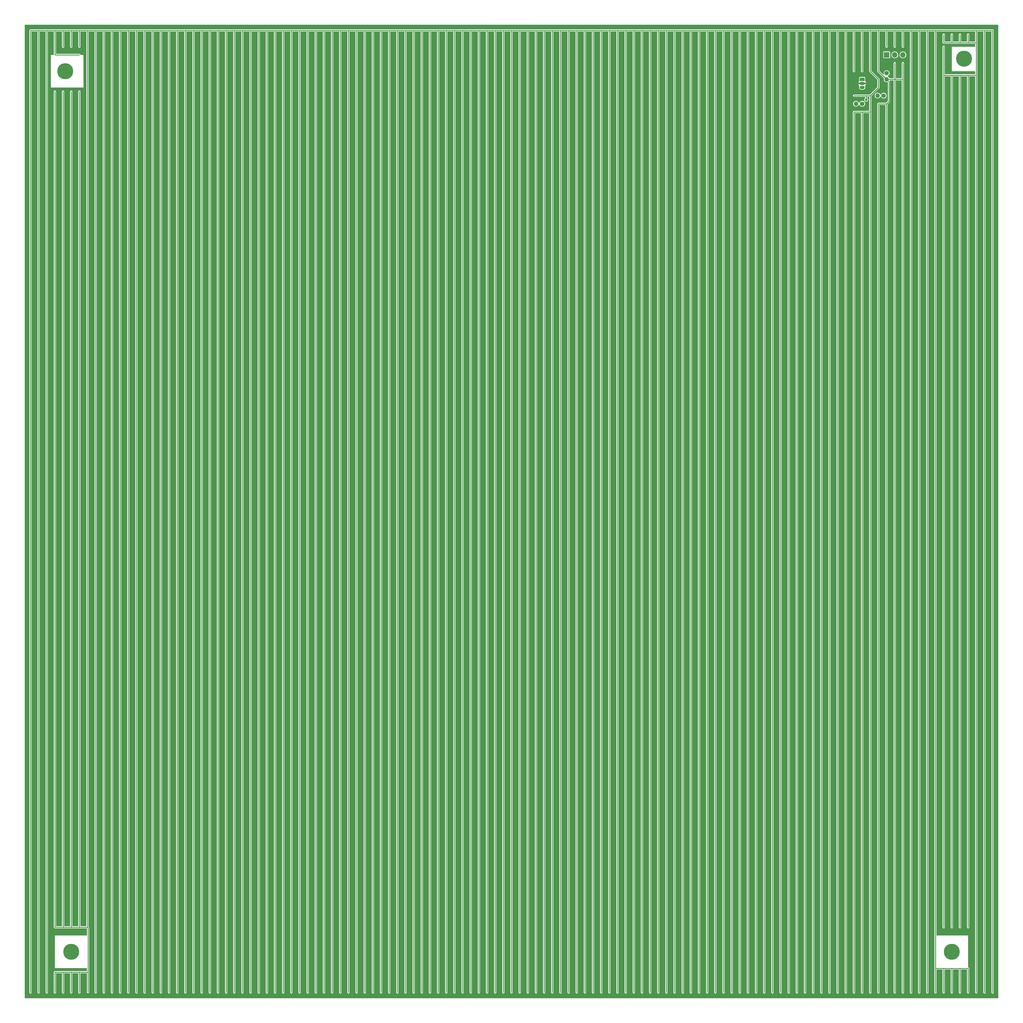
<source format=gbr>
%TF.GenerationSoftware,KiCad,Pcbnew,8.0.0*%
%TF.CreationDate,2024-03-19T23:38:46-04:00*%
%TF.ProjectId,WaterSensor,57617465-7253-4656-9e73-6f722e6b6963,rev?*%
%TF.SameCoordinates,Original*%
%TF.FileFunction,Copper,L1,Top*%
%TF.FilePolarity,Positive*%
%FSLAX46Y46*%
G04 Gerber Fmt 4.6, Leading zero omitted, Abs format (unit mm)*
G04 Created by KiCad (PCBNEW 8.0.0) date 2024-03-19 23:38:46*
%MOMM*%
%LPD*%
G01*
G04 APERTURE LIST*
%TA.AperFunction,ComponentPad*%
%ADD10C,0.800000*%
%TD*%
%TA.AperFunction,ComponentPad*%
%ADD11C,5.000000*%
%TD*%
%TA.AperFunction,ComponentPad*%
%ADD12C,1.400000*%
%TD*%
%TA.AperFunction,ComponentPad*%
%ADD13O,1.400000X1.400000*%
%TD*%
%TA.AperFunction,ComponentPad*%
%ADD14R,1.700000X1.700000*%
%TD*%
%TA.AperFunction,ComponentPad*%
%ADD15O,1.700000X1.700000*%
%TD*%
%TA.AperFunction,ComponentPad*%
%ADD16R,1.500000X1.050000*%
%TD*%
%TA.AperFunction,ComponentPad*%
%ADD17O,1.500000X1.050000*%
%TD*%
%TA.AperFunction,ViaPad*%
%ADD18C,0.800000*%
%TD*%
%TA.AperFunction,Conductor*%
%ADD19C,0.250000*%
%TD*%
G04 APERTURE END LIST*
D10*
%TO.P,H2,1,1*%
%TO.N,GND*%
X138490000Y-60960000D03*
X139039175Y-59634175D03*
X139039175Y-62285825D03*
X140365000Y-59085000D03*
D11*
X140365000Y-60960000D03*
D10*
X140365000Y-62835000D03*
X141690825Y-59634175D03*
X141690825Y-62285825D03*
X142240000Y-60960000D03*
%TD*%
%TO.P,H4,1,1*%
%TO.N,GND*%
X140365000Y-335280000D03*
X140914175Y-333954175D03*
X140914175Y-336605825D03*
X142240000Y-333405000D03*
D11*
X142240000Y-335280000D03*
D10*
X142240000Y-337155000D03*
X143565825Y-333954175D03*
X143565825Y-336605825D03*
X144115000Y-335280000D03*
%TD*%
%TO.P,H1,1,1*%
%TO.N,GND*%
X418439175Y-57094175D03*
X418988350Y-55768350D03*
X418988350Y-58420000D03*
X420314175Y-55219175D03*
D11*
X420314175Y-57094175D03*
D10*
X420314175Y-58969175D03*
X421640000Y-55768350D03*
X421640000Y-58420000D03*
X422189175Y-57094175D03*
%TD*%
%TO.P,H3,1,1*%
%TO.N,GND*%
X414685000Y-335280000D03*
X415234175Y-333954175D03*
X415234175Y-336605825D03*
X416560000Y-333405000D03*
D11*
X416560000Y-335280000D03*
D10*
X416560000Y-337155000D03*
X417885825Y-333954175D03*
X417885825Y-336605825D03*
X418435000Y-335280000D03*
%TD*%
D12*
%TO.P,R2,1*%
%TO.N,SIG*%
X395327500Y-68580000D03*
D13*
%TO.P,R2,2*%
%TO.N,GND*%
X393427500Y-68580000D03*
%TD*%
D14*
%TO.P,J2,1,Pin_1*%
%TO.N,+5V*%
X396240000Y-55880000D03*
D15*
%TO.P,J2,2,Pin_2*%
%TO.N,SIG*%
X398780000Y-55880000D03*
%TO.P,J2,3,Pin_3*%
%TO.N,GND*%
X401320000Y-55880000D03*
%TD*%
D12*
%TO.P,R3,1*%
%TO.N,PWR_SENSE*%
X388620000Y-71120000D03*
D13*
%TO.P,R3,2*%
%TO.N,GND*%
X386720000Y-71120000D03*
%TD*%
D12*
%TO.P,R1,1*%
%TO.N,+5V*%
X396240000Y-61600000D03*
D13*
%TO.P,R1,2*%
%TO.N,PWR_SENSE*%
X396240000Y-63500000D03*
%TD*%
D16*
%TO.P,Q1,1,E*%
%TO.N,SIG*%
X388620006Y-63500000D03*
D17*
%TO.P,Q1,2,B*%
%TO.N,BASE_SENSE*%
X388620006Y-64770000D03*
%TO.P,Q1,3,C*%
%TO.N,+5V*%
X388620006Y-66040000D03*
%TD*%
D18*
%TO.N,PWR_SENSE*%
X389890000Y-69850000D03*
%TD*%
D19*
%TO.N,BASE_SENSE*%
X388620006Y-64770000D02*
X389275006Y-64770000D01*
%TO.N,PWR_SENSE*%
X375920000Y-48260000D02*
X375920000Y-347980000D01*
X419100000Y-347980000D02*
X419100000Y-340485000D01*
X393700000Y-66040000D02*
X391160000Y-68580000D01*
X416560000Y-62230000D02*
X414020000Y-62230000D01*
X154940000Y-48260000D02*
X154940000Y-347980000D01*
X294640000Y-48260000D02*
X294640000Y-347980000D01*
X416560000Y-340485000D02*
X414020000Y-340485000D01*
X208280000Y-48260000D02*
X208280000Y-347980000D01*
X419100000Y-62230000D02*
X416560000Y-62230000D01*
X147445000Y-344170000D02*
X147445000Y-347855000D01*
X154940000Y-48260000D02*
X152400000Y-48260000D01*
X414020000Y-347980000D02*
X414020000Y-340485000D01*
X144780000Y-48260000D02*
X142240000Y-48260000D01*
X160020000Y-48260000D02*
X157480000Y-48260000D01*
X396940000Y-64200000D02*
X396940000Y-70420000D01*
X276860000Y-48260000D02*
X276860000Y-342900000D01*
X424180000Y-52070000D02*
X421640000Y-52070000D01*
X137160000Y-48260000D02*
X137160000Y-53340000D01*
X320040000Y-48260000D02*
X320040000Y-347980000D01*
X317500000Y-48260000D02*
X317500000Y-347980000D01*
X139700000Y-327660000D02*
X137160000Y-327660000D01*
X200660000Y-48260000D02*
X198120000Y-48260000D01*
X424180000Y-62230000D02*
X424180000Y-347980000D01*
X137160000Y-327660000D02*
X137160000Y-68580000D01*
X302260000Y-48260000D02*
X302260000Y-347980000D01*
X421640000Y-52070000D02*
X419100000Y-52070000D01*
X337820000Y-48260000D02*
X327660000Y-48260000D01*
X215900000Y-48260000D02*
X213360000Y-48260000D01*
X256540000Y-48260000D02*
X256540000Y-347980000D01*
X426720000Y-48260000D02*
X426720000Y-347980000D01*
X384000000Y-48260000D02*
X337820000Y-48260000D01*
X274320000Y-48260000D02*
X274320000Y-342900000D01*
X254000000Y-48260000D02*
X254000000Y-347980000D01*
X393700000Y-48260000D02*
X391160000Y-48260000D01*
X365760000Y-48260000D02*
X365760000Y-347980000D01*
X414020000Y-62230000D02*
X414020000Y-53340000D01*
X139700000Y-48260000D02*
X137160000Y-48260000D01*
X419100000Y-52070000D02*
X417830000Y-52070000D01*
X172720000Y-48260000D02*
X172720000Y-347980000D01*
X147320000Y-324943222D02*
X147320000Y-327660000D01*
X401320000Y-63500000D02*
X401320000Y-71120000D01*
X152400000Y-327660000D02*
X152400000Y-342900000D01*
X289560000Y-48260000D02*
X289560000Y-347980000D01*
X190500000Y-48260000D02*
X187960000Y-48260000D01*
X396240000Y-63500000D02*
X398780000Y-63500000D01*
X408940000Y-48260000D02*
X408940000Y-347980000D01*
X274320000Y-48260000D02*
X264160000Y-48260000D01*
X396940000Y-70420000D02*
X396240000Y-71120000D01*
X347980000Y-48260000D02*
X347980000Y-347980000D01*
X391160000Y-60960000D02*
X393700000Y-63500000D01*
X228600000Y-48260000D02*
X215900000Y-48260000D01*
X287020000Y-48260000D02*
X287020000Y-347980000D01*
X205740000Y-48260000D02*
X203200000Y-48260000D01*
X337820000Y-48260000D02*
X337820000Y-347980000D01*
X271780000Y-48260000D02*
X271780000Y-347980000D01*
X396240000Y-71120000D02*
X393700000Y-71120000D01*
X241300000Y-48260000D02*
X241300000Y-347980000D01*
X391160000Y-73660000D02*
X391160000Y-347980000D01*
X388620000Y-48260000D02*
X386080000Y-48260000D01*
X238760000Y-48260000D02*
X238760000Y-347980000D01*
X424180000Y-62230000D02*
X421640000Y-62230000D01*
X147320000Y-327660000D02*
X144780000Y-327660000D01*
X360680000Y-48260000D02*
X360680000Y-347980000D01*
X401320000Y-71120000D02*
X401320000Y-347980000D01*
X142240000Y-341630000D02*
X139700000Y-341630000D01*
X264160000Y-48260000D02*
X256540000Y-48260000D01*
X388620000Y-335280000D02*
X388620000Y-347980000D01*
X279400000Y-48260000D02*
X279400000Y-342900000D01*
X175260000Y-48260000D02*
X172720000Y-48260000D01*
X429260000Y-48260000D02*
X429260000Y-347980000D01*
X157480000Y-48260000D02*
X157480000Y-347980000D01*
X393700000Y-60960000D02*
X393700000Y-48260000D01*
X421640000Y-340485000D02*
X419100000Y-340485000D01*
X424180000Y-52070000D02*
X424180000Y-62230000D01*
X177800000Y-48260000D02*
X175260000Y-48260000D01*
X187960000Y-48260000D02*
X187960000Y-347980000D01*
X307340000Y-48260000D02*
X307340000Y-347980000D01*
X200660000Y-325120000D02*
X200660000Y-347980000D01*
X353060000Y-48260000D02*
X353060000Y-347980000D01*
X327660000Y-48260000D02*
X320040000Y-48260000D01*
X383540000Y-48260000D02*
X383540000Y-347980000D01*
X314960000Y-48260000D02*
X314960000Y-347980000D01*
X160020000Y-48260000D02*
X160020000Y-347980000D01*
X355600000Y-48260000D02*
X355600000Y-347980000D01*
X325120000Y-48260000D02*
X325120000Y-347980000D01*
X215900000Y-337820000D02*
X215900000Y-347980000D01*
X134620000Y-48260000D02*
X132080000Y-48260000D01*
X393700000Y-71120000D02*
X393700000Y-347980000D01*
X147445000Y-327785000D02*
X147445000Y-341630000D01*
X414020000Y-62230000D02*
X414020000Y-327660000D01*
X388620000Y-73660000D02*
X386080000Y-73660000D01*
X281940000Y-48260000D02*
X281940000Y-347980000D01*
X350520000Y-48260000D02*
X350520000Y-347980000D01*
X132080000Y-48260000D02*
X132080000Y-347980000D01*
X139700000Y-341630000D02*
X139700000Y-347980000D01*
X144780000Y-341630000D02*
X144780000Y-347980000D01*
X177800000Y-48260000D02*
X177800000Y-347980000D01*
X231140000Y-48260000D02*
X231140000Y-347980000D01*
X167640000Y-48260000D02*
X167640000Y-347980000D01*
X292100000Y-48260000D02*
X292100000Y-347980000D01*
X147445000Y-341630000D02*
X147445000Y-344170000D01*
X137160000Y-48260000D02*
X134620000Y-48260000D01*
X139700000Y-341630000D02*
X137160000Y-341630000D01*
X142240000Y-48260000D02*
X139700000Y-48260000D01*
X185420000Y-48260000D02*
X185420000Y-347980000D01*
X398780000Y-63500000D02*
X398780000Y-58420000D01*
X292100000Y-48260000D02*
X274320000Y-48260000D01*
X391160000Y-48260000D02*
X388620000Y-48260000D01*
X137160000Y-53340000D02*
X137160000Y-55880000D01*
X330200000Y-48260000D02*
X330200000Y-347980000D01*
X210820000Y-48260000D02*
X208280000Y-48260000D01*
X228600000Y-48260000D02*
X228600000Y-347980000D01*
X137160000Y-68580000D02*
X137160000Y-67310000D01*
X215900000Y-48260000D02*
X215900000Y-337820000D01*
X386080000Y-68580000D02*
X389890000Y-68580000D01*
X386080000Y-73660000D02*
X386080000Y-74930000D01*
X421640000Y-62230000D02*
X419100000Y-62230000D01*
X203200000Y-48260000D02*
X203200000Y-347980000D01*
X134620000Y-66040000D02*
X134620000Y-347980000D01*
X185420000Y-48260000D02*
X182880000Y-48260000D01*
X408940000Y-48260000D02*
X408940000Y-347980000D01*
X195580000Y-48260000D02*
X193040000Y-48260000D01*
X421640000Y-52070000D02*
X421640000Y-49530000D01*
X213360000Y-48260000D02*
X210820000Y-48260000D01*
X142240000Y-341630000D02*
X142240000Y-347980000D01*
X340360000Y-48260000D02*
X340360000Y-347980000D01*
X142240000Y-48260000D02*
X142240000Y-53340000D01*
X401320000Y-48260000D02*
X429260000Y-48260000D01*
X411480000Y-48260000D02*
X411480000Y-342900000D01*
X175260000Y-48260000D02*
X175260000Y-347980000D01*
X203200000Y-48260000D02*
X200660000Y-48260000D01*
X421640000Y-347980000D02*
X421640000Y-340485000D01*
X193040000Y-332740000D02*
X193040000Y-347980000D01*
X419100000Y-52070000D02*
X419100000Y-49530000D01*
X312420000Y-48260000D02*
X312420000Y-347980000D01*
X236220000Y-48260000D02*
X236220000Y-347980000D01*
X137160000Y-341630000D02*
X137160000Y-347980000D01*
X264160000Y-48260000D02*
X264160000Y-347980000D01*
X259080000Y-48260000D02*
X259080000Y-347980000D01*
X220980000Y-48260000D02*
X220980000Y-347980000D01*
X363220000Y-48260000D02*
X363220000Y-347980000D01*
X304800000Y-48260000D02*
X304800000Y-347980000D01*
X167640000Y-48260000D02*
X165100000Y-48260000D01*
X165100000Y-287020000D02*
X165100000Y-347980000D01*
X200660000Y-48260000D02*
X200660000Y-325120000D01*
X248920000Y-48260000D02*
X248920000Y-347980000D01*
X134620000Y-48260000D02*
X134620000Y-66040000D01*
X398780000Y-71120000D02*
X398780000Y-347980000D01*
X396240000Y-63500000D02*
X393700000Y-60960000D01*
X198120000Y-48260000D02*
X195580000Y-48260000D01*
X368300000Y-48260000D02*
X368300000Y-347980000D01*
X180340000Y-48260000D02*
X180340000Y-347980000D01*
X414020000Y-340485000D02*
X411480000Y-340485000D01*
X398780000Y-63500000D02*
X401320000Y-63500000D01*
X322580000Y-48260000D02*
X322580000Y-347980000D01*
X144780000Y-327660000D02*
X144780000Y-67310000D01*
X266700000Y-48260000D02*
X266700000Y-347980000D01*
X421640000Y-62230000D02*
X421640000Y-327660000D01*
X144780000Y-341630000D02*
X142240000Y-341630000D01*
X182880000Y-48260000D02*
X180340000Y-48260000D01*
X386080000Y-48260000D02*
X384000000Y-48260000D01*
X205740000Y-48260000D02*
X205740000Y-347980000D01*
X299720000Y-48260000D02*
X299720000Y-347980000D01*
X335280000Y-48260000D02*
X335280000Y-347980000D01*
X152400000Y-48260000D02*
X152400000Y-327660000D01*
X137160000Y-55880000D02*
X144780000Y-55880000D01*
X129540000Y-48260000D02*
X129540000Y-347980000D01*
X256540000Y-48260000D02*
X228600000Y-48260000D01*
X327660000Y-48260000D02*
X327660000Y-347980000D01*
X332740000Y-48260000D02*
X332740000Y-347980000D01*
X320040000Y-48260000D02*
X292100000Y-48260000D01*
X415290000Y-52070000D02*
X414020000Y-52070000D01*
X144780000Y-48260000D02*
X144780000Y-53340000D01*
X152400000Y-342900000D02*
X152400000Y-347980000D01*
X391160000Y-68580000D02*
X391160000Y-73660000D01*
X396240000Y-71120000D02*
X396240000Y-347980000D01*
X389890000Y-69850000D02*
X389890000Y-68580000D01*
X417830000Y-52070000D02*
X416560000Y-52070000D01*
X157480000Y-48260000D02*
X154940000Y-48260000D01*
X396240000Y-48260000D02*
X398780000Y-48260000D01*
X251460000Y-48260000D02*
X251460000Y-347980000D01*
X193040000Y-48260000D02*
X190500000Y-48260000D01*
X279400000Y-342900000D02*
X279400000Y-347980000D01*
X149860000Y-327660000D02*
X149860000Y-347980000D01*
X233680000Y-48260000D02*
X233680000Y-347980000D01*
X416560000Y-52070000D02*
X415290000Y-52070000D01*
X398780000Y-63500000D02*
X398780000Y-71120000D01*
X152400000Y-48260000D02*
X149860000Y-48260000D01*
X139700000Y-48260000D02*
X139700000Y-53340000D01*
X309880000Y-48260000D02*
X309880000Y-347980000D01*
X342900000Y-48260000D02*
X342900000Y-347980000D01*
X223520000Y-48260000D02*
X223520000Y-347980000D01*
X243840000Y-48260000D02*
X243840000Y-347980000D01*
X388620000Y-73660000D02*
X388620000Y-335280000D01*
X142240000Y-327660000D02*
X142240000Y-67310000D01*
X411480000Y-342900000D02*
X411480000Y-347980000D01*
X172720000Y-48260000D02*
X170180000Y-48260000D01*
X193040000Y-48260000D02*
X193040000Y-332740000D01*
X378460000Y-48260000D02*
X378460000Y-347980000D01*
X383540000Y-48260000D02*
X384000000Y-48260000D01*
X165100000Y-48260000D02*
X165100000Y-287020000D01*
X261620000Y-48260000D02*
X261620000Y-347980000D01*
X396240000Y-48260000D02*
X396240000Y-53340000D01*
X190500000Y-48260000D02*
X190500000Y-347980000D01*
X419100000Y-62230000D02*
X419100000Y-327660000D01*
X147445000Y-341630000D02*
X144780000Y-341630000D01*
X396240000Y-63500000D02*
X396940000Y-64200000D01*
X386080000Y-48260000D02*
X386080000Y-60960000D01*
X414020000Y-52070000D02*
X414020000Y-49530000D01*
X391160000Y-73660000D02*
X388620000Y-73660000D01*
X162560000Y-48260000D02*
X160020000Y-48260000D01*
X269240000Y-48260000D02*
X269240000Y-347980000D01*
X218440000Y-48260000D02*
X218440000Y-347980000D01*
X424180000Y-48260000D02*
X424180000Y-52070000D01*
X139700000Y-327660000D02*
X139700000Y-67310000D01*
X132080000Y-48260000D02*
X129540000Y-48260000D01*
X208280000Y-48260000D02*
X205740000Y-48260000D01*
X391160000Y-48260000D02*
X391160000Y-60960000D01*
X180340000Y-48260000D02*
X177800000Y-48260000D01*
X284480000Y-48260000D02*
X284480000Y-347980000D01*
X187960000Y-48260000D02*
X185420000Y-48260000D01*
X393700000Y-63500000D02*
X393700000Y-66040000D01*
X403860000Y-48260000D02*
X403860000Y-347980000D01*
X226060000Y-48260000D02*
X226060000Y-347980000D01*
X144780000Y-327660000D02*
X142240000Y-327660000D01*
X274320000Y-342900000D02*
X274320000Y-347980000D01*
X165100000Y-48260000D02*
X162560000Y-48260000D01*
X198120000Y-48260000D02*
X198120000Y-347980000D01*
X389890000Y-68580000D02*
X391160000Y-68580000D01*
X147320000Y-48260000D02*
X144780000Y-48260000D01*
X393700000Y-48260000D02*
X396240000Y-48260000D01*
X416560000Y-52070000D02*
X416560000Y-49530000D01*
X401320000Y-48260000D02*
X401320000Y-53340000D01*
X147320000Y-327660000D02*
X147445000Y-327785000D01*
X416560000Y-62230000D02*
X416560000Y-327660000D01*
X373380000Y-48260000D02*
X373380000Y-347980000D01*
X406400000Y-48260000D02*
X406400000Y-347980000D01*
X398780000Y-48260000D02*
X401320000Y-48260000D01*
X149860000Y-48260000D02*
X147320000Y-48260000D01*
X142240000Y-327660000D02*
X139700000Y-327660000D01*
X358140000Y-48260000D02*
X358140000Y-347980000D01*
X170180000Y-48260000D02*
X167640000Y-48260000D01*
X276860000Y-342900000D02*
X276860000Y-347980000D01*
X381000000Y-48260000D02*
X381000000Y-347980000D01*
X147320000Y-48260000D02*
X147320000Y-324943222D01*
X398780000Y-48260000D02*
X398780000Y-53340000D01*
X416560000Y-347980000D02*
X416560000Y-340485000D01*
X170180000Y-48260000D02*
X170180000Y-347980000D01*
X370840000Y-48260000D02*
X370840000Y-347980000D01*
X195580000Y-48260000D02*
X195580000Y-347980000D01*
X419100000Y-340485000D02*
X416560000Y-340485000D01*
X386080000Y-74930000D02*
X386080000Y-347980000D01*
X210820000Y-48260000D02*
X210820000Y-347980000D01*
X149860000Y-48260000D02*
X149860000Y-327660000D01*
X345440000Y-48260000D02*
X345440000Y-347980000D01*
X182880000Y-48260000D02*
X182880000Y-347980000D01*
X213360000Y-48260000D02*
X213360000Y-347980000D01*
X388620000Y-48260000D02*
X388620000Y-60960000D01*
X401320000Y-63500000D02*
X401320000Y-58420000D01*
X297180000Y-48260000D02*
X297180000Y-347980000D01*
X246380000Y-48260000D02*
X246380000Y-347980000D01*
X162560000Y-48260000D02*
X162560000Y-347980000D01*
%TD*%
%TA.AperFunction,Conductor*%
%TO.N,BASE_SENSE*%
G36*
X430992539Y-46490185D02*
G01*
X431038294Y-46542989D01*
X431049500Y-46594500D01*
X431049500Y-349645500D01*
X431029815Y-349712539D01*
X430977011Y-349758294D01*
X430925500Y-349769500D01*
X127874500Y-349769500D01*
X127807461Y-349749815D01*
X127761706Y-349697011D01*
X127750500Y-349645500D01*
X127750500Y-348022852D01*
X129214500Y-348022852D01*
X129236682Y-348105637D01*
X129236685Y-348105644D01*
X129279530Y-348179855D01*
X129279534Y-348179860D01*
X129279535Y-348179862D01*
X129340138Y-348240465D01*
X129340140Y-348240466D01*
X129340144Y-348240469D01*
X129414355Y-348283314D01*
X129414362Y-348283318D01*
X129497147Y-348305500D01*
X129497149Y-348305500D01*
X129582851Y-348305500D01*
X129582853Y-348305500D01*
X129665638Y-348283318D01*
X129739862Y-348240465D01*
X129800465Y-348179862D01*
X129843318Y-348105638D01*
X129865500Y-348022853D01*
X129865500Y-48709500D01*
X129885185Y-48642461D01*
X129937989Y-48596706D01*
X129989500Y-48585500D01*
X131630500Y-48585500D01*
X131697539Y-48605185D01*
X131743294Y-48657989D01*
X131754500Y-48709500D01*
X131754500Y-348022852D01*
X131776682Y-348105637D01*
X131776685Y-348105644D01*
X131819530Y-348179855D01*
X131819534Y-348179860D01*
X131819535Y-348179862D01*
X131880138Y-348240465D01*
X131880140Y-348240466D01*
X131880144Y-348240469D01*
X131954355Y-348283314D01*
X131954362Y-348283318D01*
X132037147Y-348305500D01*
X132037149Y-348305500D01*
X132122851Y-348305500D01*
X132122853Y-348305500D01*
X132205638Y-348283318D01*
X132279862Y-348240465D01*
X132340465Y-348179862D01*
X132383318Y-348105638D01*
X132405500Y-348022853D01*
X132405500Y-48709500D01*
X132425185Y-48642461D01*
X132477989Y-48596706D01*
X132529500Y-48585500D01*
X134170500Y-48585500D01*
X134237539Y-48605185D01*
X134283294Y-48657989D01*
X134294500Y-48709500D01*
X134294500Y-348022852D01*
X134316682Y-348105637D01*
X134316685Y-348105644D01*
X134359530Y-348179855D01*
X134359534Y-348179860D01*
X134359535Y-348179862D01*
X134420138Y-348240465D01*
X134420140Y-348240466D01*
X134420144Y-348240469D01*
X134494355Y-348283314D01*
X134494362Y-348283318D01*
X134577147Y-348305500D01*
X134577149Y-348305500D01*
X134662851Y-348305500D01*
X134662853Y-348305500D01*
X134745638Y-348283318D01*
X134819862Y-348240465D01*
X134880465Y-348179862D01*
X134923318Y-348105638D01*
X134945500Y-348022853D01*
X134945500Y-65997147D01*
X134945500Y-48709500D01*
X134965185Y-48642461D01*
X135017989Y-48596706D01*
X135069500Y-48585500D01*
X136710500Y-48585500D01*
X136777539Y-48605185D01*
X136823294Y-48657989D01*
X136834500Y-48709500D01*
X136834500Y-55756000D01*
X136814815Y-55823039D01*
X136762011Y-55868794D01*
X136710500Y-55880000D01*
X135830000Y-55880000D01*
X135830000Y-66040000D01*
X145990000Y-66040000D01*
X145990000Y-55880000D01*
X145212131Y-55880000D01*
X145145092Y-55860315D01*
X145099337Y-55807511D01*
X145092356Y-55788094D01*
X145083318Y-55754362D01*
X145083314Y-55754355D01*
X145040469Y-55680144D01*
X145040463Y-55680136D01*
X144979863Y-55619536D01*
X144979855Y-55619530D01*
X144905644Y-55576685D01*
X144905640Y-55576683D01*
X144905638Y-55576682D01*
X144822853Y-55554500D01*
X144822852Y-55554500D01*
X137609500Y-55554500D01*
X137542461Y-55534815D01*
X137496706Y-55482011D01*
X137485500Y-55430500D01*
X137485500Y-48709500D01*
X137505185Y-48642461D01*
X137557989Y-48596706D01*
X137609500Y-48585500D01*
X139250500Y-48585500D01*
X139317539Y-48605185D01*
X139363294Y-48657989D01*
X139374500Y-48709500D01*
X139374500Y-53382852D01*
X139396682Y-53465637D01*
X139396685Y-53465644D01*
X139439530Y-53539855D01*
X139439534Y-53539860D01*
X139439535Y-53539862D01*
X139500138Y-53600465D01*
X139500140Y-53600466D01*
X139500144Y-53600469D01*
X139574355Y-53643314D01*
X139574362Y-53643318D01*
X139657147Y-53665500D01*
X139657149Y-53665500D01*
X139742851Y-53665500D01*
X139742853Y-53665500D01*
X139825638Y-53643318D01*
X139899862Y-53600465D01*
X139960465Y-53539862D01*
X140003318Y-53465638D01*
X140025500Y-53382853D01*
X140025500Y-48709500D01*
X140045185Y-48642461D01*
X140097989Y-48596706D01*
X140149500Y-48585500D01*
X141790500Y-48585500D01*
X141857539Y-48605185D01*
X141903294Y-48657989D01*
X141914500Y-48709500D01*
X141914500Y-53382852D01*
X141936682Y-53465637D01*
X141936685Y-53465644D01*
X141979530Y-53539855D01*
X141979534Y-53539860D01*
X141979535Y-53539862D01*
X142040138Y-53600465D01*
X142040140Y-53600466D01*
X142040144Y-53600469D01*
X142114355Y-53643314D01*
X142114362Y-53643318D01*
X142197147Y-53665500D01*
X142197149Y-53665500D01*
X142282851Y-53665500D01*
X142282853Y-53665500D01*
X142365638Y-53643318D01*
X142439862Y-53600465D01*
X142500465Y-53539862D01*
X142543318Y-53465638D01*
X142565500Y-53382853D01*
X142565500Y-48709500D01*
X142585185Y-48642461D01*
X142637989Y-48596706D01*
X142689500Y-48585500D01*
X144330500Y-48585500D01*
X144397539Y-48605185D01*
X144443294Y-48657989D01*
X144454500Y-48709500D01*
X144454500Y-53382852D01*
X144476682Y-53465637D01*
X144476685Y-53465644D01*
X144519530Y-53539855D01*
X144519534Y-53539860D01*
X144519535Y-53539862D01*
X144580138Y-53600465D01*
X144580140Y-53600466D01*
X144580144Y-53600469D01*
X144654355Y-53643314D01*
X144654362Y-53643318D01*
X144737147Y-53665500D01*
X144737149Y-53665500D01*
X144822851Y-53665500D01*
X144822853Y-53665500D01*
X144905638Y-53643318D01*
X144979862Y-53600465D01*
X145040465Y-53539862D01*
X145083318Y-53465638D01*
X145105500Y-53382853D01*
X145105500Y-48709500D01*
X145125185Y-48642461D01*
X145177989Y-48596706D01*
X145229500Y-48585500D01*
X146870500Y-48585500D01*
X146937539Y-48605185D01*
X146983294Y-48657989D01*
X146994500Y-48709500D01*
X146994500Y-327210500D01*
X146974815Y-327277539D01*
X146922011Y-327323294D01*
X146870500Y-327334500D01*
X145229500Y-327334500D01*
X145162461Y-327314815D01*
X145116706Y-327262011D01*
X145105500Y-327210500D01*
X145105500Y-67267149D01*
X145105500Y-67267147D01*
X145083318Y-67184362D01*
X145083314Y-67184355D01*
X145040469Y-67110144D01*
X145040463Y-67110136D01*
X144979863Y-67049536D01*
X144979855Y-67049530D01*
X144905644Y-67006685D01*
X144905640Y-67006683D01*
X144905638Y-67006682D01*
X144822853Y-66984500D01*
X144737147Y-66984500D01*
X144654362Y-67006682D01*
X144654355Y-67006685D01*
X144580144Y-67049530D01*
X144580136Y-67049536D01*
X144519536Y-67110136D01*
X144519530Y-67110144D01*
X144476685Y-67184355D01*
X144476682Y-67184362D01*
X144454500Y-67267147D01*
X144454500Y-327210500D01*
X144434815Y-327277539D01*
X144382011Y-327323294D01*
X144330500Y-327334500D01*
X142689500Y-327334500D01*
X142622461Y-327314815D01*
X142576706Y-327262011D01*
X142565500Y-327210500D01*
X142565500Y-67267149D01*
X142565500Y-67267147D01*
X142543318Y-67184362D01*
X142543314Y-67184355D01*
X142500469Y-67110144D01*
X142500463Y-67110136D01*
X142439863Y-67049536D01*
X142439855Y-67049530D01*
X142365644Y-67006685D01*
X142365640Y-67006683D01*
X142365638Y-67006682D01*
X142282853Y-66984500D01*
X142197147Y-66984500D01*
X142114362Y-67006682D01*
X142114355Y-67006685D01*
X142040144Y-67049530D01*
X142040136Y-67049536D01*
X141979536Y-67110136D01*
X141979530Y-67110144D01*
X141936685Y-67184355D01*
X141936682Y-67184362D01*
X141914500Y-67267147D01*
X141914500Y-327210500D01*
X141894815Y-327277539D01*
X141842011Y-327323294D01*
X141790500Y-327334500D01*
X140149500Y-327334500D01*
X140082461Y-327314815D01*
X140036706Y-327262011D01*
X140025500Y-327210500D01*
X140025500Y-67267149D01*
X140025500Y-67267147D01*
X140003318Y-67184362D01*
X140003314Y-67184355D01*
X139960469Y-67110144D01*
X139960463Y-67110136D01*
X139899863Y-67049536D01*
X139899855Y-67049530D01*
X139825644Y-67006685D01*
X139825640Y-67006683D01*
X139825638Y-67006682D01*
X139742853Y-66984500D01*
X139657147Y-66984500D01*
X139574362Y-67006682D01*
X139574355Y-67006685D01*
X139500144Y-67049530D01*
X139500136Y-67049536D01*
X139439536Y-67110136D01*
X139439530Y-67110144D01*
X139396685Y-67184355D01*
X139396682Y-67184362D01*
X139374500Y-67267147D01*
X139374500Y-327210500D01*
X139354815Y-327277539D01*
X139302011Y-327323294D01*
X139250500Y-327334500D01*
X137609500Y-327334500D01*
X137542461Y-327314815D01*
X137496706Y-327262011D01*
X137485500Y-327210500D01*
X137485500Y-67267149D01*
X137485500Y-67267147D01*
X137463318Y-67184362D01*
X137463314Y-67184355D01*
X137420469Y-67110144D01*
X137420463Y-67110136D01*
X137359863Y-67049536D01*
X137359855Y-67049530D01*
X137285644Y-67006685D01*
X137285640Y-67006683D01*
X137285638Y-67006682D01*
X137202853Y-66984500D01*
X137117147Y-66984500D01*
X137034362Y-67006682D01*
X137034355Y-67006685D01*
X136960144Y-67049530D01*
X136960136Y-67049536D01*
X136899536Y-67110136D01*
X136899530Y-67110144D01*
X136856685Y-67184355D01*
X136856682Y-67184362D01*
X136834500Y-67267147D01*
X136834500Y-327702852D01*
X136856682Y-327785637D01*
X136856685Y-327785644D01*
X136899530Y-327859855D01*
X136899534Y-327859860D01*
X136899535Y-327859862D01*
X136960138Y-327920465D01*
X136960140Y-327920466D01*
X136960144Y-327920469D01*
X137034355Y-327963314D01*
X137034362Y-327963318D01*
X137117147Y-327985500D01*
X137202853Y-327985500D01*
X139657147Y-327985500D01*
X142197147Y-327985500D01*
X144737147Y-327985500D01*
X144822853Y-327985500D01*
X146995500Y-327985500D01*
X147062539Y-328005185D01*
X147108294Y-328057989D01*
X147119500Y-328109500D01*
X147119500Y-330076000D01*
X147099815Y-330143039D01*
X147047011Y-330188794D01*
X146995500Y-330200000D01*
X137160000Y-330200000D01*
X137160000Y-340360000D01*
X146995500Y-340360000D01*
X147062539Y-340379685D01*
X147108294Y-340432489D01*
X147119500Y-340484000D01*
X147119500Y-341180500D01*
X147099815Y-341247539D01*
X147047011Y-341293294D01*
X146995500Y-341304500D01*
X137117147Y-341304500D01*
X137034362Y-341326682D01*
X137034355Y-341326685D01*
X136960144Y-341369530D01*
X136960136Y-341369536D01*
X136899536Y-341430136D01*
X136899530Y-341430144D01*
X136856685Y-341504355D01*
X136856682Y-341504362D01*
X136834500Y-341587147D01*
X136834500Y-348022852D01*
X136856682Y-348105637D01*
X136856685Y-348105644D01*
X136899530Y-348179855D01*
X136899534Y-348179860D01*
X136899535Y-348179862D01*
X136960138Y-348240465D01*
X136960140Y-348240466D01*
X136960144Y-348240469D01*
X137034355Y-348283314D01*
X137034362Y-348283318D01*
X137117147Y-348305500D01*
X137117149Y-348305500D01*
X137202851Y-348305500D01*
X137202853Y-348305500D01*
X137285638Y-348283318D01*
X137359862Y-348240465D01*
X137420465Y-348179862D01*
X137463318Y-348105638D01*
X137485500Y-348022853D01*
X137485500Y-342079500D01*
X137505185Y-342012461D01*
X137557989Y-341966706D01*
X137609500Y-341955500D01*
X139250500Y-341955500D01*
X139317539Y-341975185D01*
X139363294Y-342027989D01*
X139374500Y-342079500D01*
X139374500Y-348022852D01*
X139396682Y-348105637D01*
X139396685Y-348105644D01*
X139439530Y-348179855D01*
X139439534Y-348179860D01*
X139439535Y-348179862D01*
X139500138Y-348240465D01*
X139500140Y-348240466D01*
X139500144Y-348240469D01*
X139574355Y-348283314D01*
X139574362Y-348283318D01*
X139657147Y-348305500D01*
X139657149Y-348305500D01*
X139742851Y-348305500D01*
X139742853Y-348305500D01*
X139825638Y-348283318D01*
X139899862Y-348240465D01*
X139960465Y-348179862D01*
X140003318Y-348105638D01*
X140025500Y-348022853D01*
X140025500Y-342079500D01*
X140045185Y-342012461D01*
X140097989Y-341966706D01*
X140149500Y-341955500D01*
X141790500Y-341955500D01*
X141857539Y-341975185D01*
X141903294Y-342027989D01*
X141914500Y-342079500D01*
X141914500Y-348022852D01*
X141936682Y-348105637D01*
X141936685Y-348105644D01*
X141979530Y-348179855D01*
X141979534Y-348179860D01*
X141979535Y-348179862D01*
X142040138Y-348240465D01*
X142040140Y-348240466D01*
X142040144Y-348240469D01*
X142114355Y-348283314D01*
X142114362Y-348283318D01*
X142197147Y-348305500D01*
X142197149Y-348305500D01*
X142282851Y-348305500D01*
X142282853Y-348305500D01*
X142365638Y-348283318D01*
X142439862Y-348240465D01*
X142500465Y-348179862D01*
X142543318Y-348105638D01*
X142565500Y-348022853D01*
X142565500Y-342079500D01*
X142585185Y-342012461D01*
X142637989Y-341966706D01*
X142689500Y-341955500D01*
X144330500Y-341955500D01*
X144397539Y-341975185D01*
X144443294Y-342027989D01*
X144454500Y-342079500D01*
X144454500Y-348022852D01*
X144476682Y-348105637D01*
X144476685Y-348105644D01*
X144519530Y-348179855D01*
X144519534Y-348179860D01*
X144519535Y-348179862D01*
X144580138Y-348240465D01*
X144580140Y-348240466D01*
X144580144Y-348240469D01*
X144654355Y-348283314D01*
X144654362Y-348283318D01*
X144737147Y-348305500D01*
X144737149Y-348305500D01*
X144822851Y-348305500D01*
X144822853Y-348305500D01*
X144905638Y-348283318D01*
X144979862Y-348240465D01*
X145040465Y-348179862D01*
X145083318Y-348105638D01*
X145105500Y-348022853D01*
X145105500Y-342079500D01*
X145125185Y-342012461D01*
X145177989Y-341966706D01*
X145229500Y-341955500D01*
X146995500Y-341955500D01*
X147062539Y-341975185D01*
X147108294Y-342027989D01*
X147119500Y-342079500D01*
X147119500Y-347897852D01*
X147141682Y-347980637D01*
X147141685Y-347980644D01*
X147184530Y-348054855D01*
X147184534Y-348054860D01*
X147184535Y-348054862D01*
X147245138Y-348115465D01*
X147245140Y-348115466D01*
X147245144Y-348115469D01*
X147319355Y-348158314D01*
X147319362Y-348158318D01*
X147402147Y-348180500D01*
X147402149Y-348180500D01*
X147487851Y-348180500D01*
X147487853Y-348180500D01*
X147570638Y-348158318D01*
X147644862Y-348115465D01*
X147705465Y-348054862D01*
X147748318Y-347980638D01*
X147770500Y-347897853D01*
X147770500Y-344127147D01*
X147770500Y-341587147D01*
X147770500Y-327837855D01*
X147770501Y-327837842D01*
X147770501Y-327742148D01*
X147770501Y-327742147D01*
X147748318Y-327659361D01*
X147723945Y-327617147D01*
X147705465Y-327585138D01*
X147681819Y-327561492D01*
X147648334Y-327500169D01*
X147645500Y-327473811D01*
X147645500Y-48709500D01*
X147665185Y-48642461D01*
X147717989Y-48596706D01*
X147769500Y-48585500D01*
X149410500Y-48585500D01*
X149477539Y-48605185D01*
X149523294Y-48657989D01*
X149534500Y-48709500D01*
X149534500Y-348022852D01*
X149556682Y-348105637D01*
X149556685Y-348105644D01*
X149599530Y-348179855D01*
X149599534Y-348179860D01*
X149599535Y-348179862D01*
X149660138Y-348240465D01*
X149660140Y-348240466D01*
X149660144Y-348240469D01*
X149734355Y-348283314D01*
X149734362Y-348283318D01*
X149817147Y-348305500D01*
X149817149Y-348305500D01*
X149902851Y-348305500D01*
X149902853Y-348305500D01*
X149985638Y-348283318D01*
X150059862Y-348240465D01*
X150120465Y-348179862D01*
X150163318Y-348105638D01*
X150185500Y-348022853D01*
X150185500Y-327617147D01*
X150185500Y-48709500D01*
X150205185Y-48642461D01*
X150257989Y-48596706D01*
X150309500Y-48585500D01*
X151950500Y-48585500D01*
X152017539Y-48605185D01*
X152063294Y-48657989D01*
X152074500Y-48709500D01*
X152074500Y-348022852D01*
X152096682Y-348105637D01*
X152096685Y-348105644D01*
X152139530Y-348179855D01*
X152139534Y-348179860D01*
X152139535Y-348179862D01*
X152200138Y-348240465D01*
X152200140Y-348240466D01*
X152200144Y-348240469D01*
X152274355Y-348283314D01*
X152274362Y-348283318D01*
X152357147Y-348305500D01*
X152357149Y-348305500D01*
X152442851Y-348305500D01*
X152442853Y-348305500D01*
X152525638Y-348283318D01*
X152599862Y-348240465D01*
X152660465Y-348179862D01*
X152703318Y-348105638D01*
X152725500Y-348022853D01*
X152725500Y-342857147D01*
X152725500Y-327617147D01*
X152725500Y-48709500D01*
X152745185Y-48642461D01*
X152797989Y-48596706D01*
X152849500Y-48585500D01*
X154490500Y-48585500D01*
X154557539Y-48605185D01*
X154603294Y-48657989D01*
X154614500Y-48709500D01*
X154614500Y-348022852D01*
X154636682Y-348105637D01*
X154636685Y-348105644D01*
X154679530Y-348179855D01*
X154679534Y-348179860D01*
X154679535Y-348179862D01*
X154740138Y-348240465D01*
X154740140Y-348240466D01*
X154740144Y-348240469D01*
X154814355Y-348283314D01*
X154814362Y-348283318D01*
X154897147Y-348305500D01*
X154897149Y-348305500D01*
X154982851Y-348305500D01*
X154982853Y-348305500D01*
X155065638Y-348283318D01*
X155139862Y-348240465D01*
X155200465Y-348179862D01*
X155243318Y-348105638D01*
X155265500Y-348022853D01*
X155265500Y-48709500D01*
X155285185Y-48642461D01*
X155337989Y-48596706D01*
X155389500Y-48585500D01*
X157030500Y-48585500D01*
X157097539Y-48605185D01*
X157143294Y-48657989D01*
X157154500Y-48709500D01*
X157154500Y-348022852D01*
X157176682Y-348105637D01*
X157176685Y-348105644D01*
X157219530Y-348179855D01*
X157219534Y-348179860D01*
X157219535Y-348179862D01*
X157280138Y-348240465D01*
X157280140Y-348240466D01*
X157280144Y-348240469D01*
X157354355Y-348283314D01*
X157354362Y-348283318D01*
X157437147Y-348305500D01*
X157437149Y-348305500D01*
X157522851Y-348305500D01*
X157522853Y-348305500D01*
X157605638Y-348283318D01*
X157679862Y-348240465D01*
X157740465Y-348179862D01*
X157783318Y-348105638D01*
X157805500Y-348022853D01*
X157805500Y-48709500D01*
X157825185Y-48642461D01*
X157877989Y-48596706D01*
X157929500Y-48585500D01*
X159570500Y-48585500D01*
X159637539Y-48605185D01*
X159683294Y-48657989D01*
X159694500Y-48709500D01*
X159694500Y-348022852D01*
X159716682Y-348105637D01*
X159716685Y-348105644D01*
X159759530Y-348179855D01*
X159759534Y-348179860D01*
X159759535Y-348179862D01*
X159820138Y-348240465D01*
X159820140Y-348240466D01*
X159820144Y-348240469D01*
X159894355Y-348283314D01*
X159894362Y-348283318D01*
X159977147Y-348305500D01*
X159977149Y-348305500D01*
X160062851Y-348305500D01*
X160062853Y-348305500D01*
X160145638Y-348283318D01*
X160219862Y-348240465D01*
X160280465Y-348179862D01*
X160323318Y-348105638D01*
X160345500Y-348022853D01*
X160345500Y-48709500D01*
X160365185Y-48642461D01*
X160417989Y-48596706D01*
X160469500Y-48585500D01*
X162110500Y-48585500D01*
X162177539Y-48605185D01*
X162223294Y-48657989D01*
X162234500Y-48709500D01*
X162234500Y-348022852D01*
X162256682Y-348105637D01*
X162256685Y-348105644D01*
X162299530Y-348179855D01*
X162299534Y-348179860D01*
X162299535Y-348179862D01*
X162360138Y-348240465D01*
X162360140Y-348240466D01*
X162360144Y-348240469D01*
X162434355Y-348283314D01*
X162434362Y-348283318D01*
X162517147Y-348305500D01*
X162517149Y-348305500D01*
X162602851Y-348305500D01*
X162602853Y-348305500D01*
X162685638Y-348283318D01*
X162759862Y-348240465D01*
X162820465Y-348179862D01*
X162863318Y-348105638D01*
X162885500Y-348022853D01*
X162885500Y-48709500D01*
X162905185Y-48642461D01*
X162957989Y-48596706D01*
X163009500Y-48585500D01*
X164650500Y-48585500D01*
X164717539Y-48605185D01*
X164763294Y-48657989D01*
X164774500Y-48709500D01*
X164774500Y-348022852D01*
X164796682Y-348105637D01*
X164796685Y-348105644D01*
X164839530Y-348179855D01*
X164839534Y-348179860D01*
X164839535Y-348179862D01*
X164900138Y-348240465D01*
X164900140Y-348240466D01*
X164900144Y-348240469D01*
X164974355Y-348283314D01*
X164974362Y-348283318D01*
X165057147Y-348305500D01*
X165057149Y-348305500D01*
X165142851Y-348305500D01*
X165142853Y-348305500D01*
X165225638Y-348283318D01*
X165299862Y-348240465D01*
X165360465Y-348179862D01*
X165403318Y-348105638D01*
X165425500Y-348022853D01*
X165425500Y-286977147D01*
X165425500Y-48709500D01*
X165445185Y-48642461D01*
X165497989Y-48596706D01*
X165549500Y-48585500D01*
X167190500Y-48585500D01*
X167257539Y-48605185D01*
X167303294Y-48657989D01*
X167314500Y-48709500D01*
X167314500Y-348022852D01*
X167336682Y-348105637D01*
X167336685Y-348105644D01*
X167379530Y-348179855D01*
X167379534Y-348179860D01*
X167379535Y-348179862D01*
X167440138Y-348240465D01*
X167440140Y-348240466D01*
X167440144Y-348240469D01*
X167514355Y-348283314D01*
X167514362Y-348283318D01*
X167597147Y-348305500D01*
X167597149Y-348305500D01*
X167682851Y-348305500D01*
X167682853Y-348305500D01*
X167765638Y-348283318D01*
X167839862Y-348240465D01*
X167900465Y-348179862D01*
X167943318Y-348105638D01*
X167965500Y-348022853D01*
X167965500Y-48709500D01*
X167985185Y-48642461D01*
X168037989Y-48596706D01*
X168089500Y-48585500D01*
X169730500Y-48585500D01*
X169797539Y-48605185D01*
X169843294Y-48657989D01*
X169854500Y-48709500D01*
X169854500Y-348022852D01*
X169876682Y-348105637D01*
X169876685Y-348105644D01*
X169919530Y-348179855D01*
X169919534Y-348179860D01*
X169919535Y-348179862D01*
X169980138Y-348240465D01*
X169980140Y-348240466D01*
X169980144Y-348240469D01*
X170054355Y-348283314D01*
X170054362Y-348283318D01*
X170137147Y-348305500D01*
X170137149Y-348305500D01*
X170222851Y-348305500D01*
X170222853Y-348305500D01*
X170305638Y-348283318D01*
X170379862Y-348240465D01*
X170440465Y-348179862D01*
X170483318Y-348105638D01*
X170505500Y-348022853D01*
X170505500Y-48709500D01*
X170525185Y-48642461D01*
X170577989Y-48596706D01*
X170629500Y-48585500D01*
X172270500Y-48585500D01*
X172337539Y-48605185D01*
X172383294Y-48657989D01*
X172394500Y-48709500D01*
X172394500Y-348022852D01*
X172416682Y-348105637D01*
X172416685Y-348105644D01*
X172459530Y-348179855D01*
X172459534Y-348179860D01*
X172459535Y-348179862D01*
X172520138Y-348240465D01*
X172520140Y-348240466D01*
X172520144Y-348240469D01*
X172594355Y-348283314D01*
X172594362Y-348283318D01*
X172677147Y-348305500D01*
X172677149Y-348305500D01*
X172762851Y-348305500D01*
X172762853Y-348305500D01*
X172845638Y-348283318D01*
X172919862Y-348240465D01*
X172980465Y-348179862D01*
X173023318Y-348105638D01*
X173045500Y-348022853D01*
X173045500Y-48709500D01*
X173065185Y-48642461D01*
X173117989Y-48596706D01*
X173169500Y-48585500D01*
X174810500Y-48585500D01*
X174877539Y-48605185D01*
X174923294Y-48657989D01*
X174934500Y-48709500D01*
X174934500Y-348022852D01*
X174956682Y-348105637D01*
X174956685Y-348105644D01*
X174999530Y-348179855D01*
X174999534Y-348179860D01*
X174999535Y-348179862D01*
X175060138Y-348240465D01*
X175060140Y-348240466D01*
X175060144Y-348240469D01*
X175134355Y-348283314D01*
X175134362Y-348283318D01*
X175217147Y-348305500D01*
X175217149Y-348305500D01*
X175302851Y-348305500D01*
X175302853Y-348305500D01*
X175385638Y-348283318D01*
X175459862Y-348240465D01*
X175520465Y-348179862D01*
X175563318Y-348105638D01*
X175585500Y-348022853D01*
X175585500Y-48709500D01*
X175605185Y-48642461D01*
X175657989Y-48596706D01*
X175709500Y-48585500D01*
X177350500Y-48585500D01*
X177417539Y-48605185D01*
X177463294Y-48657989D01*
X177474500Y-48709500D01*
X177474500Y-348022852D01*
X177496682Y-348105637D01*
X177496685Y-348105644D01*
X177539530Y-348179855D01*
X177539534Y-348179860D01*
X177539535Y-348179862D01*
X177600138Y-348240465D01*
X177600140Y-348240466D01*
X177600144Y-348240469D01*
X177674355Y-348283314D01*
X177674362Y-348283318D01*
X177757147Y-348305500D01*
X177757149Y-348305500D01*
X177842851Y-348305500D01*
X177842853Y-348305500D01*
X177925638Y-348283318D01*
X177999862Y-348240465D01*
X178060465Y-348179862D01*
X178103318Y-348105638D01*
X178125500Y-348022853D01*
X178125500Y-48709500D01*
X178145185Y-48642461D01*
X178197989Y-48596706D01*
X178249500Y-48585500D01*
X179890500Y-48585500D01*
X179957539Y-48605185D01*
X180003294Y-48657989D01*
X180014500Y-48709500D01*
X180014500Y-348022852D01*
X180036682Y-348105637D01*
X180036685Y-348105644D01*
X180079530Y-348179855D01*
X180079534Y-348179860D01*
X180079535Y-348179862D01*
X180140138Y-348240465D01*
X180140140Y-348240466D01*
X180140144Y-348240469D01*
X180214355Y-348283314D01*
X180214362Y-348283318D01*
X180297147Y-348305500D01*
X180297149Y-348305500D01*
X180382851Y-348305500D01*
X180382853Y-348305500D01*
X180465638Y-348283318D01*
X180539862Y-348240465D01*
X180600465Y-348179862D01*
X180643318Y-348105638D01*
X180665500Y-348022853D01*
X180665500Y-48709500D01*
X180685185Y-48642461D01*
X180737989Y-48596706D01*
X180789500Y-48585500D01*
X182430500Y-48585500D01*
X182497539Y-48605185D01*
X182543294Y-48657989D01*
X182554500Y-48709500D01*
X182554500Y-348022852D01*
X182576682Y-348105637D01*
X182576685Y-348105644D01*
X182619530Y-348179855D01*
X182619534Y-348179860D01*
X182619535Y-348179862D01*
X182680138Y-348240465D01*
X182680140Y-348240466D01*
X182680144Y-348240469D01*
X182754355Y-348283314D01*
X182754362Y-348283318D01*
X182837147Y-348305500D01*
X182837149Y-348305500D01*
X182922851Y-348305500D01*
X182922853Y-348305500D01*
X183005638Y-348283318D01*
X183079862Y-348240465D01*
X183140465Y-348179862D01*
X183183318Y-348105638D01*
X183205500Y-348022853D01*
X183205500Y-48709500D01*
X183225185Y-48642461D01*
X183277989Y-48596706D01*
X183329500Y-48585500D01*
X184970500Y-48585500D01*
X185037539Y-48605185D01*
X185083294Y-48657989D01*
X185094500Y-48709500D01*
X185094500Y-348022852D01*
X185116682Y-348105637D01*
X185116685Y-348105644D01*
X185159530Y-348179855D01*
X185159534Y-348179860D01*
X185159535Y-348179862D01*
X185220138Y-348240465D01*
X185220140Y-348240466D01*
X185220144Y-348240469D01*
X185294355Y-348283314D01*
X185294362Y-348283318D01*
X185377147Y-348305500D01*
X185377149Y-348305500D01*
X185462851Y-348305500D01*
X185462853Y-348305500D01*
X185545638Y-348283318D01*
X185619862Y-348240465D01*
X185680465Y-348179862D01*
X185723318Y-348105638D01*
X185745500Y-348022853D01*
X185745500Y-48709500D01*
X185765185Y-48642461D01*
X185817989Y-48596706D01*
X185869500Y-48585500D01*
X187510500Y-48585500D01*
X187577539Y-48605185D01*
X187623294Y-48657989D01*
X187634500Y-48709500D01*
X187634500Y-348022852D01*
X187656682Y-348105637D01*
X187656685Y-348105644D01*
X187699530Y-348179855D01*
X187699534Y-348179860D01*
X187699535Y-348179862D01*
X187760138Y-348240465D01*
X187760140Y-348240466D01*
X187760144Y-348240469D01*
X187834355Y-348283314D01*
X187834362Y-348283318D01*
X187917147Y-348305500D01*
X187917149Y-348305500D01*
X188002851Y-348305500D01*
X188002853Y-348305500D01*
X188085638Y-348283318D01*
X188159862Y-348240465D01*
X188220465Y-348179862D01*
X188263318Y-348105638D01*
X188285500Y-348022853D01*
X188285500Y-48709500D01*
X188305185Y-48642461D01*
X188357989Y-48596706D01*
X188409500Y-48585500D01*
X190050500Y-48585500D01*
X190117539Y-48605185D01*
X190163294Y-48657989D01*
X190174500Y-48709500D01*
X190174500Y-348022852D01*
X190196682Y-348105637D01*
X190196685Y-348105644D01*
X190239530Y-348179855D01*
X190239534Y-348179860D01*
X190239535Y-348179862D01*
X190300138Y-348240465D01*
X190300140Y-348240466D01*
X190300144Y-348240469D01*
X190374355Y-348283314D01*
X190374362Y-348283318D01*
X190457147Y-348305500D01*
X190457149Y-348305500D01*
X190542851Y-348305500D01*
X190542853Y-348305500D01*
X190625638Y-348283318D01*
X190699862Y-348240465D01*
X190760465Y-348179862D01*
X190803318Y-348105638D01*
X190825500Y-348022853D01*
X190825500Y-48709500D01*
X190845185Y-48642461D01*
X190897989Y-48596706D01*
X190949500Y-48585500D01*
X192590500Y-48585500D01*
X192657539Y-48605185D01*
X192703294Y-48657989D01*
X192714500Y-48709500D01*
X192714500Y-348022852D01*
X192736682Y-348105637D01*
X192736685Y-348105644D01*
X192779530Y-348179855D01*
X192779534Y-348179860D01*
X192779535Y-348179862D01*
X192840138Y-348240465D01*
X192840140Y-348240466D01*
X192840144Y-348240469D01*
X192914355Y-348283314D01*
X192914362Y-348283318D01*
X192997147Y-348305500D01*
X192997149Y-348305500D01*
X193082851Y-348305500D01*
X193082853Y-348305500D01*
X193165638Y-348283318D01*
X193239862Y-348240465D01*
X193300465Y-348179862D01*
X193343318Y-348105638D01*
X193365500Y-348022853D01*
X193365500Y-332697147D01*
X193365500Y-48709500D01*
X193385185Y-48642461D01*
X193437989Y-48596706D01*
X193489500Y-48585500D01*
X195130500Y-48585500D01*
X195197539Y-48605185D01*
X195243294Y-48657989D01*
X195254500Y-48709500D01*
X195254500Y-348022852D01*
X195276682Y-348105637D01*
X195276685Y-348105644D01*
X195319530Y-348179855D01*
X195319534Y-348179860D01*
X195319535Y-348179862D01*
X195380138Y-348240465D01*
X195380140Y-348240466D01*
X195380144Y-348240469D01*
X195454355Y-348283314D01*
X195454362Y-348283318D01*
X195537147Y-348305500D01*
X195537149Y-348305500D01*
X195622851Y-348305500D01*
X195622853Y-348305500D01*
X195705638Y-348283318D01*
X195779862Y-348240465D01*
X195840465Y-348179862D01*
X195883318Y-348105638D01*
X195905500Y-348022853D01*
X195905500Y-48709500D01*
X195925185Y-48642461D01*
X195977989Y-48596706D01*
X196029500Y-48585500D01*
X197670500Y-48585500D01*
X197737539Y-48605185D01*
X197783294Y-48657989D01*
X197794500Y-48709500D01*
X197794500Y-348022852D01*
X197816682Y-348105637D01*
X197816685Y-348105644D01*
X197859530Y-348179855D01*
X197859534Y-348179860D01*
X197859535Y-348179862D01*
X197920138Y-348240465D01*
X197920140Y-348240466D01*
X197920144Y-348240469D01*
X197994355Y-348283314D01*
X197994362Y-348283318D01*
X198077147Y-348305500D01*
X198077149Y-348305500D01*
X198162851Y-348305500D01*
X198162853Y-348305500D01*
X198245638Y-348283318D01*
X198319862Y-348240465D01*
X198380465Y-348179862D01*
X198423318Y-348105638D01*
X198445500Y-348022853D01*
X198445500Y-48709500D01*
X198465185Y-48642461D01*
X198517989Y-48596706D01*
X198569500Y-48585500D01*
X200210500Y-48585500D01*
X200277539Y-48605185D01*
X200323294Y-48657989D01*
X200334500Y-48709500D01*
X200334500Y-348022852D01*
X200356682Y-348105637D01*
X200356685Y-348105644D01*
X200399530Y-348179855D01*
X200399534Y-348179860D01*
X200399535Y-348179862D01*
X200460138Y-348240465D01*
X200460140Y-348240466D01*
X200460144Y-348240469D01*
X200534355Y-348283314D01*
X200534362Y-348283318D01*
X200617147Y-348305500D01*
X200617149Y-348305500D01*
X200702851Y-348305500D01*
X200702853Y-348305500D01*
X200785638Y-348283318D01*
X200859862Y-348240465D01*
X200920465Y-348179862D01*
X200963318Y-348105638D01*
X200985500Y-348022853D01*
X200985500Y-325077147D01*
X200985500Y-48709500D01*
X201005185Y-48642461D01*
X201057989Y-48596706D01*
X201109500Y-48585500D01*
X202750500Y-48585500D01*
X202817539Y-48605185D01*
X202863294Y-48657989D01*
X202874500Y-48709500D01*
X202874500Y-348022852D01*
X202896682Y-348105637D01*
X202896685Y-348105644D01*
X202939530Y-348179855D01*
X202939534Y-348179860D01*
X202939535Y-348179862D01*
X203000138Y-348240465D01*
X203000140Y-348240466D01*
X203000144Y-348240469D01*
X203074355Y-348283314D01*
X203074362Y-348283318D01*
X203157147Y-348305500D01*
X203157149Y-348305500D01*
X203242851Y-348305500D01*
X203242853Y-348305500D01*
X203325638Y-348283318D01*
X203399862Y-348240465D01*
X203460465Y-348179862D01*
X203503318Y-348105638D01*
X203525500Y-348022853D01*
X203525500Y-48709500D01*
X203545185Y-48642461D01*
X203597989Y-48596706D01*
X203649500Y-48585500D01*
X205290500Y-48585500D01*
X205357539Y-48605185D01*
X205403294Y-48657989D01*
X205414500Y-48709500D01*
X205414500Y-348022852D01*
X205436682Y-348105637D01*
X205436685Y-348105644D01*
X205479530Y-348179855D01*
X205479534Y-348179860D01*
X205479535Y-348179862D01*
X205540138Y-348240465D01*
X205540140Y-348240466D01*
X205540144Y-348240469D01*
X205614355Y-348283314D01*
X205614362Y-348283318D01*
X205697147Y-348305500D01*
X205697149Y-348305500D01*
X205782851Y-348305500D01*
X205782853Y-348305500D01*
X205865638Y-348283318D01*
X205939862Y-348240465D01*
X206000465Y-348179862D01*
X206043318Y-348105638D01*
X206065500Y-348022853D01*
X206065500Y-48709500D01*
X206085185Y-48642461D01*
X206137989Y-48596706D01*
X206189500Y-48585500D01*
X207830500Y-48585500D01*
X207897539Y-48605185D01*
X207943294Y-48657989D01*
X207954500Y-48709500D01*
X207954500Y-348022852D01*
X207976682Y-348105637D01*
X207976685Y-348105644D01*
X208019530Y-348179855D01*
X208019534Y-348179860D01*
X208019535Y-348179862D01*
X208080138Y-348240465D01*
X208080140Y-348240466D01*
X208080144Y-348240469D01*
X208154355Y-348283314D01*
X208154362Y-348283318D01*
X208237147Y-348305500D01*
X208237149Y-348305500D01*
X208322851Y-348305500D01*
X208322853Y-348305500D01*
X208405638Y-348283318D01*
X208479862Y-348240465D01*
X208540465Y-348179862D01*
X208583318Y-348105638D01*
X208605500Y-348022853D01*
X208605500Y-48709500D01*
X208625185Y-48642461D01*
X208677989Y-48596706D01*
X208729500Y-48585500D01*
X210370500Y-48585500D01*
X210437539Y-48605185D01*
X210483294Y-48657989D01*
X210494500Y-48709500D01*
X210494500Y-348022852D01*
X210516682Y-348105637D01*
X210516685Y-348105644D01*
X210559530Y-348179855D01*
X210559534Y-348179860D01*
X210559535Y-348179862D01*
X210620138Y-348240465D01*
X210620140Y-348240466D01*
X210620144Y-348240469D01*
X210694355Y-348283314D01*
X210694362Y-348283318D01*
X210777147Y-348305500D01*
X210777149Y-348305500D01*
X210862851Y-348305500D01*
X210862853Y-348305500D01*
X210945638Y-348283318D01*
X211019862Y-348240465D01*
X211080465Y-348179862D01*
X211123318Y-348105638D01*
X211145500Y-348022853D01*
X211145500Y-48709500D01*
X211165185Y-48642461D01*
X211217989Y-48596706D01*
X211269500Y-48585500D01*
X212910500Y-48585500D01*
X212977539Y-48605185D01*
X213023294Y-48657989D01*
X213034500Y-48709500D01*
X213034500Y-348022852D01*
X213056682Y-348105637D01*
X213056685Y-348105644D01*
X213099530Y-348179855D01*
X213099534Y-348179860D01*
X213099535Y-348179862D01*
X213160138Y-348240465D01*
X213160140Y-348240466D01*
X213160144Y-348240469D01*
X213234355Y-348283314D01*
X213234362Y-348283318D01*
X213317147Y-348305500D01*
X213317149Y-348305500D01*
X213402851Y-348305500D01*
X213402853Y-348305500D01*
X213485638Y-348283318D01*
X213559862Y-348240465D01*
X213620465Y-348179862D01*
X213663318Y-348105638D01*
X213685500Y-348022853D01*
X213685500Y-48709500D01*
X213705185Y-48642461D01*
X213757989Y-48596706D01*
X213809500Y-48585500D01*
X215450500Y-48585500D01*
X215517539Y-48605185D01*
X215563294Y-48657989D01*
X215574500Y-48709500D01*
X215574500Y-348022852D01*
X215596682Y-348105637D01*
X215596685Y-348105644D01*
X215639530Y-348179855D01*
X215639534Y-348179860D01*
X215639535Y-348179862D01*
X215700138Y-348240465D01*
X215700140Y-348240466D01*
X215700144Y-348240469D01*
X215774355Y-348283314D01*
X215774362Y-348283318D01*
X215857147Y-348305500D01*
X215857149Y-348305500D01*
X215942851Y-348305500D01*
X215942853Y-348305500D01*
X216025638Y-348283318D01*
X216099862Y-348240465D01*
X216160465Y-348179862D01*
X216203318Y-348105638D01*
X216225500Y-348022853D01*
X216225500Y-337777147D01*
X216225500Y-48709500D01*
X216245185Y-48642461D01*
X216297989Y-48596706D01*
X216349500Y-48585500D01*
X217990500Y-48585500D01*
X218057539Y-48605185D01*
X218103294Y-48657989D01*
X218114500Y-48709500D01*
X218114500Y-348022852D01*
X218136682Y-348105637D01*
X218136685Y-348105644D01*
X218179530Y-348179855D01*
X218179534Y-348179860D01*
X218179535Y-348179862D01*
X218240138Y-348240465D01*
X218240140Y-348240466D01*
X218240144Y-348240469D01*
X218314355Y-348283314D01*
X218314362Y-348283318D01*
X218397147Y-348305500D01*
X218397149Y-348305500D01*
X218482851Y-348305500D01*
X218482853Y-348305500D01*
X218565638Y-348283318D01*
X218639862Y-348240465D01*
X218700465Y-348179862D01*
X218743318Y-348105638D01*
X218765500Y-348022853D01*
X218765500Y-48709500D01*
X218785185Y-48642461D01*
X218837989Y-48596706D01*
X218889500Y-48585500D01*
X220530500Y-48585500D01*
X220597539Y-48605185D01*
X220643294Y-48657989D01*
X220654500Y-48709500D01*
X220654500Y-348022852D01*
X220676682Y-348105637D01*
X220676685Y-348105644D01*
X220719530Y-348179855D01*
X220719534Y-348179860D01*
X220719535Y-348179862D01*
X220780138Y-348240465D01*
X220780140Y-348240466D01*
X220780144Y-348240469D01*
X220854355Y-348283314D01*
X220854362Y-348283318D01*
X220937147Y-348305500D01*
X220937149Y-348305500D01*
X221022851Y-348305500D01*
X221022853Y-348305500D01*
X221105638Y-348283318D01*
X221179862Y-348240465D01*
X221240465Y-348179862D01*
X221283318Y-348105638D01*
X221305500Y-348022853D01*
X221305500Y-48709500D01*
X221325185Y-48642461D01*
X221377989Y-48596706D01*
X221429500Y-48585500D01*
X223070500Y-48585500D01*
X223137539Y-48605185D01*
X223183294Y-48657989D01*
X223194500Y-48709500D01*
X223194500Y-348022852D01*
X223216682Y-348105637D01*
X223216685Y-348105644D01*
X223259530Y-348179855D01*
X223259534Y-348179860D01*
X223259535Y-348179862D01*
X223320138Y-348240465D01*
X223320140Y-348240466D01*
X223320144Y-348240469D01*
X223394355Y-348283314D01*
X223394362Y-348283318D01*
X223477147Y-348305500D01*
X223477149Y-348305500D01*
X223562851Y-348305500D01*
X223562853Y-348305500D01*
X223645638Y-348283318D01*
X223719862Y-348240465D01*
X223780465Y-348179862D01*
X223823318Y-348105638D01*
X223845500Y-348022853D01*
X223845500Y-48709500D01*
X223865185Y-48642461D01*
X223917989Y-48596706D01*
X223969500Y-48585500D01*
X225610500Y-48585500D01*
X225677539Y-48605185D01*
X225723294Y-48657989D01*
X225734500Y-48709500D01*
X225734500Y-348022852D01*
X225756682Y-348105637D01*
X225756685Y-348105644D01*
X225799530Y-348179855D01*
X225799534Y-348179860D01*
X225799535Y-348179862D01*
X225860138Y-348240465D01*
X225860140Y-348240466D01*
X225860144Y-348240469D01*
X225934355Y-348283314D01*
X225934362Y-348283318D01*
X226017147Y-348305500D01*
X226017149Y-348305500D01*
X226102851Y-348305500D01*
X226102853Y-348305500D01*
X226185638Y-348283318D01*
X226259862Y-348240465D01*
X226320465Y-348179862D01*
X226363318Y-348105638D01*
X226385500Y-348022853D01*
X226385500Y-48709500D01*
X226405185Y-48642461D01*
X226457989Y-48596706D01*
X226509500Y-48585500D01*
X228150500Y-48585500D01*
X228217539Y-48605185D01*
X228263294Y-48657989D01*
X228274500Y-48709500D01*
X228274500Y-348022852D01*
X228296682Y-348105637D01*
X228296685Y-348105644D01*
X228339530Y-348179855D01*
X228339534Y-348179860D01*
X228339535Y-348179862D01*
X228400138Y-348240465D01*
X228400140Y-348240466D01*
X228400144Y-348240469D01*
X228474355Y-348283314D01*
X228474362Y-348283318D01*
X228557147Y-348305500D01*
X228557149Y-348305500D01*
X228642851Y-348305500D01*
X228642853Y-348305500D01*
X228725638Y-348283318D01*
X228799862Y-348240465D01*
X228860465Y-348179862D01*
X228903318Y-348105638D01*
X228925500Y-348022853D01*
X228925500Y-48709500D01*
X228945185Y-48642461D01*
X228997989Y-48596706D01*
X229049500Y-48585500D01*
X230690500Y-48585500D01*
X230757539Y-48605185D01*
X230803294Y-48657989D01*
X230814500Y-48709500D01*
X230814500Y-348022852D01*
X230836682Y-348105637D01*
X230836685Y-348105644D01*
X230879530Y-348179855D01*
X230879534Y-348179860D01*
X230879535Y-348179862D01*
X230940138Y-348240465D01*
X230940140Y-348240466D01*
X230940144Y-348240469D01*
X231014355Y-348283314D01*
X231014362Y-348283318D01*
X231097147Y-348305500D01*
X231097149Y-348305500D01*
X231182851Y-348305500D01*
X231182853Y-348305500D01*
X231265638Y-348283318D01*
X231339862Y-348240465D01*
X231400465Y-348179862D01*
X231443318Y-348105638D01*
X231465500Y-348022853D01*
X231465500Y-48709500D01*
X231485185Y-48642461D01*
X231537989Y-48596706D01*
X231589500Y-48585500D01*
X233230500Y-48585500D01*
X233297539Y-48605185D01*
X233343294Y-48657989D01*
X233354500Y-48709500D01*
X233354500Y-348022852D01*
X233376682Y-348105637D01*
X233376685Y-348105644D01*
X233419530Y-348179855D01*
X233419534Y-348179860D01*
X233419535Y-348179862D01*
X233480138Y-348240465D01*
X233480140Y-348240466D01*
X233480144Y-348240469D01*
X233554355Y-348283314D01*
X233554362Y-348283318D01*
X233637147Y-348305500D01*
X233637149Y-348305500D01*
X233722851Y-348305500D01*
X233722853Y-348305500D01*
X233805638Y-348283318D01*
X233879862Y-348240465D01*
X233940465Y-348179862D01*
X233983318Y-348105638D01*
X234005500Y-348022853D01*
X234005500Y-48709500D01*
X234025185Y-48642461D01*
X234077989Y-48596706D01*
X234129500Y-48585500D01*
X235770500Y-48585500D01*
X235837539Y-48605185D01*
X235883294Y-48657989D01*
X235894500Y-48709500D01*
X235894500Y-348022852D01*
X235916682Y-348105637D01*
X235916685Y-348105644D01*
X235959530Y-348179855D01*
X235959534Y-348179860D01*
X235959535Y-348179862D01*
X236020138Y-348240465D01*
X236020140Y-348240466D01*
X236020144Y-348240469D01*
X236094355Y-348283314D01*
X236094362Y-348283318D01*
X236177147Y-348305500D01*
X236177149Y-348305500D01*
X236262851Y-348305500D01*
X236262853Y-348305500D01*
X236345638Y-348283318D01*
X236419862Y-348240465D01*
X236480465Y-348179862D01*
X236523318Y-348105638D01*
X236545500Y-348022853D01*
X236545500Y-48709500D01*
X236565185Y-48642461D01*
X236617989Y-48596706D01*
X236669500Y-48585500D01*
X238310500Y-48585500D01*
X238377539Y-48605185D01*
X238423294Y-48657989D01*
X238434500Y-48709500D01*
X238434500Y-348022852D01*
X238456682Y-348105637D01*
X238456685Y-348105644D01*
X238499530Y-348179855D01*
X238499534Y-348179860D01*
X238499535Y-348179862D01*
X238560138Y-348240465D01*
X238560140Y-348240466D01*
X238560144Y-348240469D01*
X238634355Y-348283314D01*
X238634362Y-348283318D01*
X238717147Y-348305500D01*
X238717149Y-348305500D01*
X238802851Y-348305500D01*
X238802853Y-348305500D01*
X238885638Y-348283318D01*
X238959862Y-348240465D01*
X239020465Y-348179862D01*
X239063318Y-348105638D01*
X239085500Y-348022853D01*
X239085500Y-48709500D01*
X239105185Y-48642461D01*
X239157989Y-48596706D01*
X239209500Y-48585500D01*
X240850500Y-48585500D01*
X240917539Y-48605185D01*
X240963294Y-48657989D01*
X240974500Y-48709500D01*
X240974500Y-348022852D01*
X240996682Y-348105637D01*
X240996685Y-348105644D01*
X241039530Y-348179855D01*
X241039534Y-348179860D01*
X241039535Y-348179862D01*
X241100138Y-348240465D01*
X241100140Y-348240466D01*
X241100144Y-348240469D01*
X241174355Y-348283314D01*
X241174362Y-348283318D01*
X241257147Y-348305500D01*
X241257149Y-348305500D01*
X241342851Y-348305500D01*
X241342853Y-348305500D01*
X241425638Y-348283318D01*
X241499862Y-348240465D01*
X241560465Y-348179862D01*
X241603318Y-348105638D01*
X241625500Y-348022853D01*
X241625500Y-48709500D01*
X241645185Y-48642461D01*
X241697989Y-48596706D01*
X241749500Y-48585500D01*
X243390500Y-48585500D01*
X243457539Y-48605185D01*
X243503294Y-48657989D01*
X243514500Y-48709500D01*
X243514500Y-348022852D01*
X243536682Y-348105637D01*
X243536685Y-348105644D01*
X243579530Y-348179855D01*
X243579534Y-348179860D01*
X243579535Y-348179862D01*
X243640138Y-348240465D01*
X243640140Y-348240466D01*
X243640144Y-348240469D01*
X243714355Y-348283314D01*
X243714362Y-348283318D01*
X243797147Y-348305500D01*
X243797149Y-348305500D01*
X243882851Y-348305500D01*
X243882853Y-348305500D01*
X243965638Y-348283318D01*
X244039862Y-348240465D01*
X244100465Y-348179862D01*
X244143318Y-348105638D01*
X244165500Y-348022853D01*
X244165500Y-48709500D01*
X244185185Y-48642461D01*
X244237989Y-48596706D01*
X244289500Y-48585500D01*
X245930500Y-48585500D01*
X245997539Y-48605185D01*
X246043294Y-48657989D01*
X246054500Y-48709500D01*
X246054500Y-348022852D01*
X246076682Y-348105637D01*
X246076685Y-348105644D01*
X246119530Y-348179855D01*
X246119534Y-348179860D01*
X246119535Y-348179862D01*
X246180138Y-348240465D01*
X246180140Y-348240466D01*
X246180144Y-348240469D01*
X246254355Y-348283314D01*
X246254362Y-348283318D01*
X246337147Y-348305500D01*
X246337149Y-348305500D01*
X246422851Y-348305500D01*
X246422853Y-348305500D01*
X246505638Y-348283318D01*
X246579862Y-348240465D01*
X246640465Y-348179862D01*
X246683318Y-348105638D01*
X246705500Y-348022853D01*
X246705500Y-48709500D01*
X246725185Y-48642461D01*
X246777989Y-48596706D01*
X246829500Y-48585500D01*
X248470500Y-48585500D01*
X248537539Y-48605185D01*
X248583294Y-48657989D01*
X248594500Y-48709500D01*
X248594500Y-348022852D01*
X248616682Y-348105637D01*
X248616685Y-348105644D01*
X248659530Y-348179855D01*
X248659534Y-348179860D01*
X248659535Y-348179862D01*
X248720138Y-348240465D01*
X248720140Y-348240466D01*
X248720144Y-348240469D01*
X248794355Y-348283314D01*
X248794362Y-348283318D01*
X248877147Y-348305500D01*
X248877149Y-348305500D01*
X248962851Y-348305500D01*
X248962853Y-348305500D01*
X249045638Y-348283318D01*
X249119862Y-348240465D01*
X249180465Y-348179862D01*
X249223318Y-348105638D01*
X249245500Y-348022853D01*
X249245500Y-48709500D01*
X249265185Y-48642461D01*
X249317989Y-48596706D01*
X249369500Y-48585500D01*
X251010500Y-48585500D01*
X251077539Y-48605185D01*
X251123294Y-48657989D01*
X251134500Y-48709500D01*
X251134500Y-348022852D01*
X251156682Y-348105637D01*
X251156685Y-348105644D01*
X251199530Y-348179855D01*
X251199534Y-348179860D01*
X251199535Y-348179862D01*
X251260138Y-348240465D01*
X251260140Y-348240466D01*
X251260144Y-348240469D01*
X251334355Y-348283314D01*
X251334362Y-348283318D01*
X251417147Y-348305500D01*
X251417149Y-348305500D01*
X251502851Y-348305500D01*
X251502853Y-348305500D01*
X251585638Y-348283318D01*
X251659862Y-348240465D01*
X251720465Y-348179862D01*
X251763318Y-348105638D01*
X251785500Y-348022853D01*
X251785500Y-48709500D01*
X251805185Y-48642461D01*
X251857989Y-48596706D01*
X251909500Y-48585500D01*
X253550500Y-48585500D01*
X253617539Y-48605185D01*
X253663294Y-48657989D01*
X253674500Y-48709500D01*
X253674500Y-348022852D01*
X253696682Y-348105637D01*
X253696685Y-348105644D01*
X253739530Y-348179855D01*
X253739534Y-348179860D01*
X253739535Y-348179862D01*
X253800138Y-348240465D01*
X253800140Y-348240466D01*
X253800144Y-348240469D01*
X253874355Y-348283314D01*
X253874362Y-348283318D01*
X253957147Y-348305500D01*
X253957149Y-348305500D01*
X254042851Y-348305500D01*
X254042853Y-348305500D01*
X254125638Y-348283318D01*
X254199862Y-348240465D01*
X254260465Y-348179862D01*
X254303318Y-348105638D01*
X254325500Y-348022853D01*
X254325500Y-48709500D01*
X254345185Y-48642461D01*
X254397989Y-48596706D01*
X254449500Y-48585500D01*
X256090500Y-48585500D01*
X256157539Y-48605185D01*
X256203294Y-48657989D01*
X256214500Y-48709500D01*
X256214500Y-348022852D01*
X256236682Y-348105637D01*
X256236685Y-348105644D01*
X256279530Y-348179855D01*
X256279534Y-348179860D01*
X256279535Y-348179862D01*
X256340138Y-348240465D01*
X256340140Y-348240466D01*
X256340144Y-348240469D01*
X256414355Y-348283314D01*
X256414362Y-348283318D01*
X256497147Y-348305500D01*
X256497149Y-348305500D01*
X256582851Y-348305500D01*
X256582853Y-348305500D01*
X256665638Y-348283318D01*
X256739862Y-348240465D01*
X256800465Y-348179862D01*
X256843318Y-348105638D01*
X256865500Y-348022853D01*
X256865500Y-48709500D01*
X256885185Y-48642461D01*
X256937989Y-48596706D01*
X256989500Y-48585500D01*
X258630500Y-48585500D01*
X258697539Y-48605185D01*
X258743294Y-48657989D01*
X258754500Y-48709500D01*
X258754500Y-348022852D01*
X258776682Y-348105637D01*
X258776685Y-348105644D01*
X258819530Y-348179855D01*
X258819534Y-348179860D01*
X258819535Y-348179862D01*
X258880138Y-348240465D01*
X258880140Y-348240466D01*
X258880144Y-348240469D01*
X258954355Y-348283314D01*
X258954362Y-348283318D01*
X259037147Y-348305500D01*
X259037149Y-348305500D01*
X259122851Y-348305500D01*
X259122853Y-348305500D01*
X259205638Y-348283318D01*
X259279862Y-348240465D01*
X259340465Y-348179862D01*
X259383318Y-348105638D01*
X259405500Y-348022853D01*
X259405500Y-48709500D01*
X259425185Y-48642461D01*
X259477989Y-48596706D01*
X259529500Y-48585500D01*
X261170500Y-48585500D01*
X261237539Y-48605185D01*
X261283294Y-48657989D01*
X261294500Y-48709500D01*
X261294500Y-348022852D01*
X261316682Y-348105637D01*
X261316685Y-348105644D01*
X261359530Y-348179855D01*
X261359534Y-348179860D01*
X261359535Y-348179862D01*
X261420138Y-348240465D01*
X261420140Y-348240466D01*
X261420144Y-348240469D01*
X261494355Y-348283314D01*
X261494362Y-348283318D01*
X261577147Y-348305500D01*
X261577149Y-348305500D01*
X261662851Y-348305500D01*
X261662853Y-348305500D01*
X261745638Y-348283318D01*
X261819862Y-348240465D01*
X261880465Y-348179862D01*
X261923318Y-348105638D01*
X261945500Y-348022853D01*
X261945500Y-48709500D01*
X261965185Y-48642461D01*
X262017989Y-48596706D01*
X262069500Y-48585500D01*
X263710500Y-48585500D01*
X263777539Y-48605185D01*
X263823294Y-48657989D01*
X263834500Y-48709500D01*
X263834500Y-348022852D01*
X263856682Y-348105637D01*
X263856685Y-348105644D01*
X263899530Y-348179855D01*
X263899534Y-348179860D01*
X263899535Y-348179862D01*
X263960138Y-348240465D01*
X263960140Y-348240466D01*
X263960144Y-348240469D01*
X264034355Y-348283314D01*
X264034362Y-348283318D01*
X264117147Y-348305500D01*
X264117149Y-348305500D01*
X264202851Y-348305500D01*
X264202853Y-348305500D01*
X264285638Y-348283318D01*
X264359862Y-348240465D01*
X264420465Y-348179862D01*
X264463318Y-348105638D01*
X264485500Y-348022853D01*
X264485500Y-48709500D01*
X264505185Y-48642461D01*
X264557989Y-48596706D01*
X264609500Y-48585500D01*
X266250500Y-48585500D01*
X266317539Y-48605185D01*
X266363294Y-48657989D01*
X266374500Y-48709500D01*
X266374500Y-348022852D01*
X266396682Y-348105637D01*
X266396685Y-348105644D01*
X266439530Y-348179855D01*
X266439534Y-348179860D01*
X266439535Y-348179862D01*
X266500138Y-348240465D01*
X266500140Y-348240466D01*
X266500144Y-348240469D01*
X266574355Y-348283314D01*
X266574362Y-348283318D01*
X266657147Y-348305500D01*
X266657149Y-348305500D01*
X266742851Y-348305500D01*
X266742853Y-348305500D01*
X266825638Y-348283318D01*
X266899862Y-348240465D01*
X266960465Y-348179862D01*
X267003318Y-348105638D01*
X267025500Y-348022853D01*
X267025500Y-48709500D01*
X267045185Y-48642461D01*
X267097989Y-48596706D01*
X267149500Y-48585500D01*
X268790500Y-48585500D01*
X268857539Y-48605185D01*
X268903294Y-48657989D01*
X268914500Y-48709500D01*
X268914500Y-348022852D01*
X268936682Y-348105637D01*
X268936685Y-348105644D01*
X268979530Y-348179855D01*
X268979534Y-348179860D01*
X268979535Y-348179862D01*
X269040138Y-348240465D01*
X269040140Y-348240466D01*
X269040144Y-348240469D01*
X269114355Y-348283314D01*
X269114362Y-348283318D01*
X269197147Y-348305500D01*
X269197149Y-348305500D01*
X269282851Y-348305500D01*
X269282853Y-348305500D01*
X269365638Y-348283318D01*
X269439862Y-348240465D01*
X269500465Y-348179862D01*
X269543318Y-348105638D01*
X269565500Y-348022853D01*
X269565500Y-48709500D01*
X269585185Y-48642461D01*
X269637989Y-48596706D01*
X269689500Y-48585500D01*
X271330500Y-48585500D01*
X271397539Y-48605185D01*
X271443294Y-48657989D01*
X271454500Y-48709500D01*
X271454500Y-348022852D01*
X271476682Y-348105637D01*
X271476685Y-348105644D01*
X271519530Y-348179855D01*
X271519534Y-348179860D01*
X271519535Y-348179862D01*
X271580138Y-348240465D01*
X271580140Y-348240466D01*
X271580144Y-348240469D01*
X271654355Y-348283314D01*
X271654362Y-348283318D01*
X271737147Y-348305500D01*
X271737149Y-348305500D01*
X271822851Y-348305500D01*
X271822853Y-348305500D01*
X271905638Y-348283318D01*
X271979862Y-348240465D01*
X272040465Y-348179862D01*
X272083318Y-348105638D01*
X272105500Y-348022853D01*
X272105500Y-48709500D01*
X272125185Y-48642461D01*
X272177989Y-48596706D01*
X272229500Y-48585500D01*
X273870500Y-48585500D01*
X273937539Y-48605185D01*
X273983294Y-48657989D01*
X273994500Y-48709500D01*
X273994500Y-348022852D01*
X274016682Y-348105637D01*
X274016685Y-348105644D01*
X274059530Y-348179855D01*
X274059534Y-348179860D01*
X274059535Y-348179862D01*
X274120138Y-348240465D01*
X274120140Y-348240466D01*
X274120144Y-348240469D01*
X274194355Y-348283314D01*
X274194362Y-348283318D01*
X274277147Y-348305500D01*
X274277149Y-348305500D01*
X274362851Y-348305500D01*
X274362853Y-348305500D01*
X274445638Y-348283318D01*
X274519862Y-348240465D01*
X274580465Y-348179862D01*
X274623318Y-348105638D01*
X274645500Y-348022853D01*
X274645500Y-342857147D01*
X274645500Y-48709500D01*
X274665185Y-48642461D01*
X274717989Y-48596706D01*
X274769500Y-48585500D01*
X276410500Y-48585500D01*
X276477539Y-48605185D01*
X276523294Y-48657989D01*
X276534500Y-48709500D01*
X276534500Y-348022852D01*
X276556682Y-348105637D01*
X276556685Y-348105644D01*
X276599530Y-348179855D01*
X276599534Y-348179860D01*
X276599535Y-348179862D01*
X276660138Y-348240465D01*
X276660140Y-348240466D01*
X276660144Y-348240469D01*
X276734355Y-348283314D01*
X276734362Y-348283318D01*
X276817147Y-348305500D01*
X276817149Y-348305500D01*
X276902851Y-348305500D01*
X276902853Y-348305500D01*
X276985638Y-348283318D01*
X277059862Y-348240465D01*
X277120465Y-348179862D01*
X277163318Y-348105638D01*
X277185500Y-348022853D01*
X277185500Y-342857147D01*
X277185500Y-48709500D01*
X277205185Y-48642461D01*
X277257989Y-48596706D01*
X277309500Y-48585500D01*
X278950500Y-48585500D01*
X279017539Y-48605185D01*
X279063294Y-48657989D01*
X279074500Y-48709500D01*
X279074500Y-348022852D01*
X279096682Y-348105637D01*
X279096685Y-348105644D01*
X279139530Y-348179855D01*
X279139534Y-348179860D01*
X279139535Y-348179862D01*
X279200138Y-348240465D01*
X279200140Y-348240466D01*
X279200144Y-348240469D01*
X279274355Y-348283314D01*
X279274362Y-348283318D01*
X279357147Y-348305500D01*
X279357149Y-348305500D01*
X279442851Y-348305500D01*
X279442853Y-348305500D01*
X279525638Y-348283318D01*
X279599862Y-348240465D01*
X279660465Y-348179862D01*
X279703318Y-348105638D01*
X279725500Y-348022853D01*
X279725500Y-342857147D01*
X279725500Y-48709500D01*
X279745185Y-48642461D01*
X279797989Y-48596706D01*
X279849500Y-48585500D01*
X281490500Y-48585500D01*
X281557539Y-48605185D01*
X281603294Y-48657989D01*
X281614500Y-48709500D01*
X281614500Y-348022852D01*
X281636682Y-348105637D01*
X281636685Y-348105644D01*
X281679530Y-348179855D01*
X281679534Y-348179860D01*
X281679535Y-348179862D01*
X281740138Y-348240465D01*
X281740140Y-348240466D01*
X281740144Y-348240469D01*
X281814355Y-348283314D01*
X281814362Y-348283318D01*
X281897147Y-348305500D01*
X281897149Y-348305500D01*
X281982851Y-348305500D01*
X281982853Y-348305500D01*
X282065638Y-348283318D01*
X282139862Y-348240465D01*
X282200465Y-348179862D01*
X282243318Y-348105638D01*
X282265500Y-348022853D01*
X282265500Y-48709500D01*
X282285185Y-48642461D01*
X282337989Y-48596706D01*
X282389500Y-48585500D01*
X284030500Y-48585500D01*
X284097539Y-48605185D01*
X284143294Y-48657989D01*
X284154500Y-48709500D01*
X284154500Y-348022852D01*
X284176682Y-348105637D01*
X284176685Y-348105644D01*
X284219530Y-348179855D01*
X284219534Y-348179860D01*
X284219535Y-348179862D01*
X284280138Y-348240465D01*
X284280140Y-348240466D01*
X284280144Y-348240469D01*
X284354355Y-348283314D01*
X284354362Y-348283318D01*
X284437147Y-348305500D01*
X284437149Y-348305500D01*
X284522851Y-348305500D01*
X284522853Y-348305500D01*
X284605638Y-348283318D01*
X284679862Y-348240465D01*
X284740465Y-348179862D01*
X284783318Y-348105638D01*
X284805500Y-348022853D01*
X284805500Y-48709500D01*
X284825185Y-48642461D01*
X284877989Y-48596706D01*
X284929500Y-48585500D01*
X286570500Y-48585500D01*
X286637539Y-48605185D01*
X286683294Y-48657989D01*
X286694500Y-48709500D01*
X286694500Y-348022852D01*
X286716682Y-348105637D01*
X286716685Y-348105644D01*
X286759530Y-348179855D01*
X286759534Y-348179860D01*
X286759535Y-348179862D01*
X286820138Y-348240465D01*
X286820140Y-348240466D01*
X286820144Y-348240469D01*
X286894355Y-348283314D01*
X286894362Y-348283318D01*
X286977147Y-348305500D01*
X286977149Y-348305500D01*
X287062851Y-348305500D01*
X287062853Y-348305500D01*
X287145638Y-348283318D01*
X287219862Y-348240465D01*
X287280465Y-348179862D01*
X287323318Y-348105638D01*
X287345500Y-348022853D01*
X287345500Y-48709500D01*
X287365185Y-48642461D01*
X287417989Y-48596706D01*
X287469500Y-48585500D01*
X289110500Y-48585500D01*
X289177539Y-48605185D01*
X289223294Y-48657989D01*
X289234500Y-48709500D01*
X289234500Y-348022852D01*
X289256682Y-348105637D01*
X289256685Y-348105644D01*
X289299530Y-348179855D01*
X289299534Y-348179860D01*
X289299535Y-348179862D01*
X289360138Y-348240465D01*
X289360140Y-348240466D01*
X289360144Y-348240469D01*
X289434355Y-348283314D01*
X289434362Y-348283318D01*
X289517147Y-348305500D01*
X289517149Y-348305500D01*
X289602851Y-348305500D01*
X289602853Y-348305500D01*
X289685638Y-348283318D01*
X289759862Y-348240465D01*
X289820465Y-348179862D01*
X289863318Y-348105638D01*
X289885500Y-348022853D01*
X289885500Y-48709500D01*
X289905185Y-48642461D01*
X289957989Y-48596706D01*
X290009500Y-48585500D01*
X291650500Y-48585500D01*
X291717539Y-48605185D01*
X291763294Y-48657989D01*
X291774500Y-48709500D01*
X291774500Y-348022852D01*
X291796682Y-348105637D01*
X291796685Y-348105644D01*
X291839530Y-348179855D01*
X291839534Y-348179860D01*
X291839535Y-348179862D01*
X291900138Y-348240465D01*
X291900140Y-348240466D01*
X291900144Y-348240469D01*
X291974355Y-348283314D01*
X291974362Y-348283318D01*
X292057147Y-348305500D01*
X292057149Y-348305500D01*
X292142851Y-348305500D01*
X292142853Y-348305500D01*
X292225638Y-348283318D01*
X292299862Y-348240465D01*
X292360465Y-348179862D01*
X292403318Y-348105638D01*
X292425500Y-348022853D01*
X292425500Y-48709500D01*
X292445185Y-48642461D01*
X292497989Y-48596706D01*
X292549500Y-48585500D01*
X294190500Y-48585500D01*
X294257539Y-48605185D01*
X294303294Y-48657989D01*
X294314500Y-48709500D01*
X294314500Y-348022852D01*
X294336682Y-348105637D01*
X294336685Y-348105644D01*
X294379530Y-348179855D01*
X294379534Y-348179860D01*
X294379535Y-348179862D01*
X294440138Y-348240465D01*
X294440140Y-348240466D01*
X294440144Y-348240469D01*
X294514355Y-348283314D01*
X294514362Y-348283318D01*
X294597147Y-348305500D01*
X294597149Y-348305500D01*
X294682851Y-348305500D01*
X294682853Y-348305500D01*
X294765638Y-348283318D01*
X294839862Y-348240465D01*
X294900465Y-348179862D01*
X294943318Y-348105638D01*
X294965500Y-348022853D01*
X294965500Y-48709500D01*
X294985185Y-48642461D01*
X295037989Y-48596706D01*
X295089500Y-48585500D01*
X296730500Y-48585500D01*
X296797539Y-48605185D01*
X296843294Y-48657989D01*
X296854500Y-48709500D01*
X296854500Y-348022852D01*
X296876682Y-348105637D01*
X296876685Y-348105644D01*
X296919530Y-348179855D01*
X296919534Y-348179860D01*
X296919535Y-348179862D01*
X296980138Y-348240465D01*
X296980140Y-348240466D01*
X296980144Y-348240469D01*
X297054355Y-348283314D01*
X297054362Y-348283318D01*
X297137147Y-348305500D01*
X297137149Y-348305500D01*
X297222851Y-348305500D01*
X297222853Y-348305500D01*
X297305638Y-348283318D01*
X297379862Y-348240465D01*
X297440465Y-348179862D01*
X297483318Y-348105638D01*
X297505500Y-348022853D01*
X297505500Y-48709500D01*
X297525185Y-48642461D01*
X297577989Y-48596706D01*
X297629500Y-48585500D01*
X299270500Y-48585500D01*
X299337539Y-48605185D01*
X299383294Y-48657989D01*
X299394500Y-48709500D01*
X299394500Y-348022852D01*
X299416682Y-348105637D01*
X299416685Y-348105644D01*
X299459530Y-348179855D01*
X299459534Y-348179860D01*
X299459535Y-348179862D01*
X299520138Y-348240465D01*
X299520140Y-348240466D01*
X299520144Y-348240469D01*
X299594355Y-348283314D01*
X299594362Y-348283318D01*
X299677147Y-348305500D01*
X299677149Y-348305500D01*
X299762851Y-348305500D01*
X299762853Y-348305500D01*
X299845638Y-348283318D01*
X299919862Y-348240465D01*
X299980465Y-348179862D01*
X300023318Y-348105638D01*
X300045500Y-348022853D01*
X300045500Y-48709500D01*
X300065185Y-48642461D01*
X300117989Y-48596706D01*
X300169500Y-48585500D01*
X301810500Y-48585500D01*
X301877539Y-48605185D01*
X301923294Y-48657989D01*
X301934500Y-48709500D01*
X301934500Y-348022852D01*
X301956682Y-348105637D01*
X301956685Y-348105644D01*
X301999530Y-348179855D01*
X301999534Y-348179860D01*
X301999535Y-348179862D01*
X302060138Y-348240465D01*
X302060140Y-348240466D01*
X302060144Y-348240469D01*
X302134355Y-348283314D01*
X302134362Y-348283318D01*
X302217147Y-348305500D01*
X302217149Y-348305500D01*
X302302851Y-348305500D01*
X302302853Y-348305500D01*
X302385638Y-348283318D01*
X302459862Y-348240465D01*
X302520465Y-348179862D01*
X302563318Y-348105638D01*
X302585500Y-348022853D01*
X302585500Y-48709500D01*
X302605185Y-48642461D01*
X302657989Y-48596706D01*
X302709500Y-48585500D01*
X304350500Y-48585500D01*
X304417539Y-48605185D01*
X304463294Y-48657989D01*
X304474500Y-48709500D01*
X304474500Y-348022852D01*
X304496682Y-348105637D01*
X304496685Y-348105644D01*
X304539530Y-348179855D01*
X304539534Y-348179860D01*
X304539535Y-348179862D01*
X304600138Y-348240465D01*
X304600140Y-348240466D01*
X304600144Y-348240469D01*
X304674355Y-348283314D01*
X304674362Y-348283318D01*
X304757147Y-348305500D01*
X304757149Y-348305500D01*
X304842851Y-348305500D01*
X304842853Y-348305500D01*
X304925638Y-348283318D01*
X304999862Y-348240465D01*
X305060465Y-348179862D01*
X305103318Y-348105638D01*
X305125500Y-348022853D01*
X305125500Y-48709500D01*
X305145185Y-48642461D01*
X305197989Y-48596706D01*
X305249500Y-48585500D01*
X306890500Y-48585500D01*
X306957539Y-48605185D01*
X307003294Y-48657989D01*
X307014500Y-48709500D01*
X307014500Y-348022852D01*
X307036682Y-348105637D01*
X307036685Y-348105644D01*
X307079530Y-348179855D01*
X307079534Y-348179860D01*
X307079535Y-348179862D01*
X307140138Y-348240465D01*
X307140140Y-348240466D01*
X307140144Y-348240469D01*
X307214355Y-348283314D01*
X307214362Y-348283318D01*
X307297147Y-348305500D01*
X307297149Y-348305500D01*
X307382851Y-348305500D01*
X307382853Y-348305500D01*
X307465638Y-348283318D01*
X307539862Y-348240465D01*
X307600465Y-348179862D01*
X307643318Y-348105638D01*
X307665500Y-348022853D01*
X307665500Y-48709500D01*
X307685185Y-48642461D01*
X307737989Y-48596706D01*
X307789500Y-48585500D01*
X309430500Y-48585500D01*
X309497539Y-48605185D01*
X309543294Y-48657989D01*
X309554500Y-48709500D01*
X309554500Y-348022852D01*
X309576682Y-348105637D01*
X309576685Y-348105644D01*
X309619530Y-348179855D01*
X309619534Y-348179860D01*
X309619535Y-348179862D01*
X309680138Y-348240465D01*
X309680140Y-348240466D01*
X309680144Y-348240469D01*
X309754355Y-348283314D01*
X309754362Y-348283318D01*
X309837147Y-348305500D01*
X309837149Y-348305500D01*
X309922851Y-348305500D01*
X309922853Y-348305500D01*
X310005638Y-348283318D01*
X310079862Y-348240465D01*
X310140465Y-348179862D01*
X310183318Y-348105638D01*
X310205500Y-348022853D01*
X310205500Y-48709500D01*
X310225185Y-48642461D01*
X310277989Y-48596706D01*
X310329500Y-48585500D01*
X311970500Y-48585500D01*
X312037539Y-48605185D01*
X312083294Y-48657989D01*
X312094500Y-48709500D01*
X312094500Y-348022852D01*
X312116682Y-348105637D01*
X312116685Y-348105644D01*
X312159530Y-348179855D01*
X312159534Y-348179860D01*
X312159535Y-348179862D01*
X312220138Y-348240465D01*
X312220140Y-348240466D01*
X312220144Y-348240469D01*
X312294355Y-348283314D01*
X312294362Y-348283318D01*
X312377147Y-348305500D01*
X312377149Y-348305500D01*
X312462851Y-348305500D01*
X312462853Y-348305500D01*
X312545638Y-348283318D01*
X312619862Y-348240465D01*
X312680465Y-348179862D01*
X312723318Y-348105638D01*
X312745500Y-348022853D01*
X312745500Y-48709500D01*
X312765185Y-48642461D01*
X312817989Y-48596706D01*
X312869500Y-48585500D01*
X314510500Y-48585500D01*
X314577539Y-48605185D01*
X314623294Y-48657989D01*
X314634500Y-48709500D01*
X314634500Y-348022852D01*
X314656682Y-348105637D01*
X314656685Y-348105644D01*
X314699530Y-348179855D01*
X314699534Y-348179860D01*
X314699535Y-348179862D01*
X314760138Y-348240465D01*
X314760140Y-348240466D01*
X314760144Y-348240469D01*
X314834355Y-348283314D01*
X314834362Y-348283318D01*
X314917147Y-348305500D01*
X314917149Y-348305500D01*
X315002851Y-348305500D01*
X315002853Y-348305500D01*
X315085638Y-348283318D01*
X315159862Y-348240465D01*
X315220465Y-348179862D01*
X315263318Y-348105638D01*
X315285500Y-348022853D01*
X315285500Y-48709500D01*
X315305185Y-48642461D01*
X315357989Y-48596706D01*
X315409500Y-48585500D01*
X317050500Y-48585500D01*
X317117539Y-48605185D01*
X317163294Y-48657989D01*
X317174500Y-48709500D01*
X317174500Y-348022852D01*
X317196682Y-348105637D01*
X317196685Y-348105644D01*
X317239530Y-348179855D01*
X317239534Y-348179860D01*
X317239535Y-348179862D01*
X317300138Y-348240465D01*
X317300140Y-348240466D01*
X317300144Y-348240469D01*
X317374355Y-348283314D01*
X317374362Y-348283318D01*
X317457147Y-348305500D01*
X317457149Y-348305500D01*
X317542851Y-348305500D01*
X317542853Y-348305500D01*
X317625638Y-348283318D01*
X317699862Y-348240465D01*
X317760465Y-348179862D01*
X317803318Y-348105638D01*
X317825500Y-348022853D01*
X317825500Y-48709500D01*
X317845185Y-48642461D01*
X317897989Y-48596706D01*
X317949500Y-48585500D01*
X319590500Y-48585500D01*
X319657539Y-48605185D01*
X319703294Y-48657989D01*
X319714500Y-48709500D01*
X319714500Y-348022852D01*
X319736682Y-348105637D01*
X319736685Y-348105644D01*
X319779530Y-348179855D01*
X319779534Y-348179860D01*
X319779535Y-348179862D01*
X319840138Y-348240465D01*
X319840140Y-348240466D01*
X319840144Y-348240469D01*
X319914355Y-348283314D01*
X319914362Y-348283318D01*
X319997147Y-348305500D01*
X319997149Y-348305500D01*
X320082851Y-348305500D01*
X320082853Y-348305500D01*
X320165638Y-348283318D01*
X320239862Y-348240465D01*
X320300465Y-348179862D01*
X320343318Y-348105638D01*
X320365500Y-348022853D01*
X320365500Y-48709500D01*
X320385185Y-48642461D01*
X320437989Y-48596706D01*
X320489500Y-48585500D01*
X322130500Y-48585500D01*
X322197539Y-48605185D01*
X322243294Y-48657989D01*
X322254500Y-48709500D01*
X322254500Y-348022852D01*
X322276682Y-348105637D01*
X322276685Y-348105644D01*
X322319530Y-348179855D01*
X322319534Y-348179860D01*
X322319535Y-348179862D01*
X322380138Y-348240465D01*
X322380140Y-348240466D01*
X322380144Y-348240469D01*
X322454355Y-348283314D01*
X322454362Y-348283318D01*
X322537147Y-348305500D01*
X322537149Y-348305500D01*
X322622851Y-348305500D01*
X322622853Y-348305500D01*
X322705638Y-348283318D01*
X322779862Y-348240465D01*
X322840465Y-348179862D01*
X322883318Y-348105638D01*
X322905500Y-348022853D01*
X322905500Y-48709500D01*
X322925185Y-48642461D01*
X322977989Y-48596706D01*
X323029500Y-48585500D01*
X324670500Y-48585500D01*
X324737539Y-48605185D01*
X324783294Y-48657989D01*
X324794500Y-48709500D01*
X324794500Y-348022852D01*
X324816682Y-348105637D01*
X324816685Y-348105644D01*
X324859530Y-348179855D01*
X324859534Y-348179860D01*
X324859535Y-348179862D01*
X324920138Y-348240465D01*
X324920140Y-348240466D01*
X324920144Y-348240469D01*
X324994355Y-348283314D01*
X324994362Y-348283318D01*
X325077147Y-348305500D01*
X325077149Y-348305500D01*
X325162851Y-348305500D01*
X325162853Y-348305500D01*
X325245638Y-348283318D01*
X325319862Y-348240465D01*
X325380465Y-348179862D01*
X325423318Y-348105638D01*
X325445500Y-348022853D01*
X325445500Y-48709500D01*
X325465185Y-48642461D01*
X325517989Y-48596706D01*
X325569500Y-48585500D01*
X327210500Y-48585500D01*
X327277539Y-48605185D01*
X327323294Y-48657989D01*
X327334500Y-48709500D01*
X327334500Y-348022852D01*
X327356682Y-348105637D01*
X327356685Y-348105644D01*
X327399530Y-348179855D01*
X327399534Y-348179860D01*
X327399535Y-348179862D01*
X327460138Y-348240465D01*
X327460140Y-348240466D01*
X327460144Y-348240469D01*
X327534355Y-348283314D01*
X327534362Y-348283318D01*
X327617147Y-348305500D01*
X327617149Y-348305500D01*
X327702851Y-348305500D01*
X327702853Y-348305500D01*
X327785638Y-348283318D01*
X327859862Y-348240465D01*
X327920465Y-348179862D01*
X327963318Y-348105638D01*
X327985500Y-348022853D01*
X327985500Y-48709500D01*
X328005185Y-48642461D01*
X328057989Y-48596706D01*
X328109500Y-48585500D01*
X329750500Y-48585500D01*
X329817539Y-48605185D01*
X329863294Y-48657989D01*
X329874500Y-48709500D01*
X329874500Y-348022852D01*
X329896682Y-348105637D01*
X329896685Y-348105644D01*
X329939530Y-348179855D01*
X329939534Y-348179860D01*
X329939535Y-348179862D01*
X330000138Y-348240465D01*
X330000140Y-348240466D01*
X330000144Y-348240469D01*
X330074355Y-348283314D01*
X330074362Y-348283318D01*
X330157147Y-348305500D01*
X330157149Y-348305500D01*
X330242851Y-348305500D01*
X330242853Y-348305500D01*
X330325638Y-348283318D01*
X330399862Y-348240465D01*
X330460465Y-348179862D01*
X330503318Y-348105638D01*
X330525500Y-348022853D01*
X330525500Y-48709500D01*
X330545185Y-48642461D01*
X330597989Y-48596706D01*
X330649500Y-48585500D01*
X332290500Y-48585500D01*
X332357539Y-48605185D01*
X332403294Y-48657989D01*
X332414500Y-48709500D01*
X332414500Y-348022852D01*
X332436682Y-348105637D01*
X332436685Y-348105644D01*
X332479530Y-348179855D01*
X332479534Y-348179860D01*
X332479535Y-348179862D01*
X332540138Y-348240465D01*
X332540140Y-348240466D01*
X332540144Y-348240469D01*
X332614355Y-348283314D01*
X332614362Y-348283318D01*
X332697147Y-348305500D01*
X332697149Y-348305500D01*
X332782851Y-348305500D01*
X332782853Y-348305500D01*
X332865638Y-348283318D01*
X332939862Y-348240465D01*
X333000465Y-348179862D01*
X333043318Y-348105638D01*
X333065500Y-348022853D01*
X333065500Y-48709500D01*
X333085185Y-48642461D01*
X333137989Y-48596706D01*
X333189500Y-48585500D01*
X334830500Y-48585500D01*
X334897539Y-48605185D01*
X334943294Y-48657989D01*
X334954500Y-48709500D01*
X334954500Y-348022852D01*
X334976682Y-348105637D01*
X334976685Y-348105644D01*
X335019530Y-348179855D01*
X335019534Y-348179860D01*
X335019535Y-348179862D01*
X335080138Y-348240465D01*
X335080140Y-348240466D01*
X335080144Y-348240469D01*
X335154355Y-348283314D01*
X335154362Y-348283318D01*
X335237147Y-348305500D01*
X335237149Y-348305500D01*
X335322851Y-348305500D01*
X335322853Y-348305500D01*
X335405638Y-348283318D01*
X335479862Y-348240465D01*
X335540465Y-348179862D01*
X335583318Y-348105638D01*
X335605500Y-348022853D01*
X335605500Y-48709500D01*
X335625185Y-48642461D01*
X335677989Y-48596706D01*
X335729500Y-48585500D01*
X337370500Y-48585500D01*
X337437539Y-48605185D01*
X337483294Y-48657989D01*
X337494500Y-48709500D01*
X337494500Y-348022852D01*
X337516682Y-348105637D01*
X337516685Y-348105644D01*
X337559530Y-348179855D01*
X337559534Y-348179860D01*
X337559535Y-348179862D01*
X337620138Y-348240465D01*
X337620140Y-348240466D01*
X337620144Y-348240469D01*
X337694355Y-348283314D01*
X337694362Y-348283318D01*
X337777147Y-348305500D01*
X337777149Y-348305500D01*
X337862851Y-348305500D01*
X337862853Y-348305500D01*
X337945638Y-348283318D01*
X338019862Y-348240465D01*
X338080465Y-348179862D01*
X338123318Y-348105638D01*
X338145500Y-348022853D01*
X338145500Y-48709500D01*
X338165185Y-48642461D01*
X338217989Y-48596706D01*
X338269500Y-48585500D01*
X339910500Y-48585500D01*
X339977539Y-48605185D01*
X340023294Y-48657989D01*
X340034500Y-48709500D01*
X340034500Y-348022852D01*
X340056682Y-348105637D01*
X340056685Y-348105644D01*
X340099530Y-348179855D01*
X340099534Y-348179860D01*
X340099535Y-348179862D01*
X340160138Y-348240465D01*
X340160140Y-348240466D01*
X340160144Y-348240469D01*
X340234355Y-348283314D01*
X340234362Y-348283318D01*
X340317147Y-348305500D01*
X340317149Y-348305500D01*
X340402851Y-348305500D01*
X340402853Y-348305500D01*
X340485638Y-348283318D01*
X340559862Y-348240465D01*
X340620465Y-348179862D01*
X340663318Y-348105638D01*
X340685500Y-348022853D01*
X340685500Y-48709500D01*
X340705185Y-48642461D01*
X340757989Y-48596706D01*
X340809500Y-48585500D01*
X342450500Y-48585500D01*
X342517539Y-48605185D01*
X342563294Y-48657989D01*
X342574500Y-48709500D01*
X342574500Y-348022852D01*
X342596682Y-348105637D01*
X342596685Y-348105644D01*
X342639530Y-348179855D01*
X342639534Y-348179860D01*
X342639535Y-348179862D01*
X342700138Y-348240465D01*
X342700140Y-348240466D01*
X342700144Y-348240469D01*
X342774355Y-348283314D01*
X342774362Y-348283318D01*
X342857147Y-348305500D01*
X342857149Y-348305500D01*
X342942851Y-348305500D01*
X342942853Y-348305500D01*
X343025638Y-348283318D01*
X343099862Y-348240465D01*
X343160465Y-348179862D01*
X343203318Y-348105638D01*
X343225500Y-348022853D01*
X343225500Y-48709500D01*
X343245185Y-48642461D01*
X343297989Y-48596706D01*
X343349500Y-48585500D01*
X344990500Y-48585500D01*
X345057539Y-48605185D01*
X345103294Y-48657989D01*
X345114500Y-48709500D01*
X345114500Y-348022852D01*
X345136682Y-348105637D01*
X345136685Y-348105644D01*
X345179530Y-348179855D01*
X345179534Y-348179860D01*
X345179535Y-348179862D01*
X345240138Y-348240465D01*
X345240140Y-348240466D01*
X345240144Y-348240469D01*
X345314355Y-348283314D01*
X345314362Y-348283318D01*
X345397147Y-348305500D01*
X345397149Y-348305500D01*
X345482851Y-348305500D01*
X345482853Y-348305500D01*
X345565638Y-348283318D01*
X345639862Y-348240465D01*
X345700465Y-348179862D01*
X345743318Y-348105638D01*
X345765500Y-348022853D01*
X345765500Y-48709500D01*
X345785185Y-48642461D01*
X345837989Y-48596706D01*
X345889500Y-48585500D01*
X347530500Y-48585500D01*
X347597539Y-48605185D01*
X347643294Y-48657989D01*
X347654500Y-48709500D01*
X347654500Y-348022852D01*
X347676682Y-348105637D01*
X347676685Y-348105644D01*
X347719530Y-348179855D01*
X347719534Y-348179860D01*
X347719535Y-348179862D01*
X347780138Y-348240465D01*
X347780140Y-348240466D01*
X347780144Y-348240469D01*
X347854355Y-348283314D01*
X347854362Y-348283318D01*
X347937147Y-348305500D01*
X347937149Y-348305500D01*
X348022851Y-348305500D01*
X348022853Y-348305500D01*
X348105638Y-348283318D01*
X348179862Y-348240465D01*
X348240465Y-348179862D01*
X348283318Y-348105638D01*
X348305500Y-348022853D01*
X348305500Y-48709500D01*
X348325185Y-48642461D01*
X348377989Y-48596706D01*
X348429500Y-48585500D01*
X350070500Y-48585500D01*
X350137539Y-48605185D01*
X350183294Y-48657989D01*
X350194500Y-48709500D01*
X350194500Y-348022852D01*
X350216682Y-348105637D01*
X350216685Y-348105644D01*
X350259530Y-348179855D01*
X350259534Y-348179860D01*
X350259535Y-348179862D01*
X350320138Y-348240465D01*
X350320140Y-348240466D01*
X350320144Y-348240469D01*
X350394355Y-348283314D01*
X350394362Y-348283318D01*
X350477147Y-348305500D01*
X350477149Y-348305500D01*
X350562851Y-348305500D01*
X350562853Y-348305500D01*
X350645638Y-348283318D01*
X350719862Y-348240465D01*
X350780465Y-348179862D01*
X350823318Y-348105638D01*
X350845500Y-348022853D01*
X350845500Y-48709500D01*
X350865185Y-48642461D01*
X350917989Y-48596706D01*
X350969500Y-48585500D01*
X352610500Y-48585500D01*
X352677539Y-48605185D01*
X352723294Y-48657989D01*
X352734500Y-48709500D01*
X352734500Y-348022852D01*
X352756682Y-348105637D01*
X352756685Y-348105644D01*
X352799530Y-348179855D01*
X352799534Y-348179860D01*
X352799535Y-348179862D01*
X352860138Y-348240465D01*
X352860140Y-348240466D01*
X352860144Y-348240469D01*
X352934355Y-348283314D01*
X352934362Y-348283318D01*
X353017147Y-348305500D01*
X353017149Y-348305500D01*
X353102851Y-348305500D01*
X353102853Y-348305500D01*
X353185638Y-348283318D01*
X353259862Y-348240465D01*
X353320465Y-348179862D01*
X353363318Y-348105638D01*
X353385500Y-348022853D01*
X353385500Y-48709500D01*
X353405185Y-48642461D01*
X353457989Y-48596706D01*
X353509500Y-48585500D01*
X355150500Y-48585500D01*
X355217539Y-48605185D01*
X355263294Y-48657989D01*
X355274500Y-48709500D01*
X355274500Y-348022852D01*
X355296682Y-348105637D01*
X355296685Y-348105644D01*
X355339530Y-348179855D01*
X355339534Y-348179860D01*
X355339535Y-348179862D01*
X355400138Y-348240465D01*
X355400140Y-348240466D01*
X355400144Y-348240469D01*
X355474355Y-348283314D01*
X355474362Y-348283318D01*
X355557147Y-348305500D01*
X355557149Y-348305500D01*
X355642851Y-348305500D01*
X355642853Y-348305500D01*
X355725638Y-348283318D01*
X355799862Y-348240465D01*
X355860465Y-348179862D01*
X355903318Y-348105638D01*
X355925500Y-348022853D01*
X355925500Y-48709500D01*
X355945185Y-48642461D01*
X355997989Y-48596706D01*
X356049500Y-48585500D01*
X357690500Y-48585500D01*
X357757539Y-48605185D01*
X357803294Y-48657989D01*
X357814500Y-48709500D01*
X357814500Y-348022852D01*
X357836682Y-348105637D01*
X357836685Y-348105644D01*
X357879530Y-348179855D01*
X357879534Y-348179860D01*
X357879535Y-348179862D01*
X357940138Y-348240465D01*
X357940140Y-348240466D01*
X357940144Y-348240469D01*
X358014355Y-348283314D01*
X358014362Y-348283318D01*
X358097147Y-348305500D01*
X358097149Y-348305500D01*
X358182851Y-348305500D01*
X358182853Y-348305500D01*
X358265638Y-348283318D01*
X358339862Y-348240465D01*
X358400465Y-348179862D01*
X358443318Y-348105638D01*
X358465500Y-348022853D01*
X358465500Y-48709500D01*
X358485185Y-48642461D01*
X358537989Y-48596706D01*
X358589500Y-48585500D01*
X360230500Y-48585500D01*
X360297539Y-48605185D01*
X360343294Y-48657989D01*
X360354500Y-48709500D01*
X360354500Y-348022852D01*
X360376682Y-348105637D01*
X360376685Y-348105644D01*
X360419530Y-348179855D01*
X360419534Y-348179860D01*
X360419535Y-348179862D01*
X360480138Y-348240465D01*
X360480140Y-348240466D01*
X360480144Y-348240469D01*
X360554355Y-348283314D01*
X360554362Y-348283318D01*
X360637147Y-348305500D01*
X360637149Y-348305500D01*
X360722851Y-348305500D01*
X360722853Y-348305500D01*
X360805638Y-348283318D01*
X360879862Y-348240465D01*
X360940465Y-348179862D01*
X360983318Y-348105638D01*
X361005500Y-348022853D01*
X361005500Y-48709500D01*
X361025185Y-48642461D01*
X361077989Y-48596706D01*
X361129500Y-48585500D01*
X362770500Y-48585500D01*
X362837539Y-48605185D01*
X362883294Y-48657989D01*
X362894500Y-48709500D01*
X362894500Y-348022852D01*
X362916682Y-348105637D01*
X362916685Y-348105644D01*
X362959530Y-348179855D01*
X362959534Y-348179860D01*
X362959535Y-348179862D01*
X363020138Y-348240465D01*
X363020140Y-348240466D01*
X363020144Y-348240469D01*
X363094355Y-348283314D01*
X363094362Y-348283318D01*
X363177147Y-348305500D01*
X363177149Y-348305500D01*
X363262851Y-348305500D01*
X363262853Y-348305500D01*
X363345638Y-348283318D01*
X363419862Y-348240465D01*
X363480465Y-348179862D01*
X363523318Y-348105638D01*
X363545500Y-348022853D01*
X363545500Y-48709500D01*
X363565185Y-48642461D01*
X363617989Y-48596706D01*
X363669500Y-48585500D01*
X365310500Y-48585500D01*
X365377539Y-48605185D01*
X365423294Y-48657989D01*
X365434500Y-48709500D01*
X365434500Y-348022852D01*
X365456682Y-348105637D01*
X365456685Y-348105644D01*
X365499530Y-348179855D01*
X365499534Y-348179860D01*
X365499535Y-348179862D01*
X365560138Y-348240465D01*
X365560140Y-348240466D01*
X365560144Y-348240469D01*
X365634355Y-348283314D01*
X365634362Y-348283318D01*
X365717147Y-348305500D01*
X365717149Y-348305500D01*
X365802851Y-348305500D01*
X365802853Y-348305500D01*
X365885638Y-348283318D01*
X365959862Y-348240465D01*
X366020465Y-348179862D01*
X366063318Y-348105638D01*
X366085500Y-348022853D01*
X366085500Y-48709500D01*
X366105185Y-48642461D01*
X366157989Y-48596706D01*
X366209500Y-48585500D01*
X367850500Y-48585500D01*
X367917539Y-48605185D01*
X367963294Y-48657989D01*
X367974500Y-48709500D01*
X367974500Y-348022852D01*
X367996682Y-348105637D01*
X367996685Y-348105644D01*
X368039530Y-348179855D01*
X368039534Y-348179860D01*
X368039535Y-348179862D01*
X368100138Y-348240465D01*
X368100140Y-348240466D01*
X368100144Y-348240469D01*
X368174355Y-348283314D01*
X368174362Y-348283318D01*
X368257147Y-348305500D01*
X368257149Y-348305500D01*
X368342851Y-348305500D01*
X368342853Y-348305500D01*
X368425638Y-348283318D01*
X368499862Y-348240465D01*
X368560465Y-348179862D01*
X368603318Y-348105638D01*
X368625500Y-348022853D01*
X368625500Y-48709500D01*
X368645185Y-48642461D01*
X368697989Y-48596706D01*
X368749500Y-48585500D01*
X370390500Y-48585500D01*
X370457539Y-48605185D01*
X370503294Y-48657989D01*
X370514500Y-48709500D01*
X370514500Y-348022852D01*
X370536682Y-348105637D01*
X370536685Y-348105644D01*
X370579530Y-348179855D01*
X370579534Y-348179860D01*
X370579535Y-348179862D01*
X370640138Y-348240465D01*
X370640140Y-348240466D01*
X370640144Y-348240469D01*
X370714355Y-348283314D01*
X370714362Y-348283318D01*
X370797147Y-348305500D01*
X370797149Y-348305500D01*
X370882851Y-348305500D01*
X370882853Y-348305500D01*
X370965638Y-348283318D01*
X371039862Y-348240465D01*
X371100465Y-348179862D01*
X371143318Y-348105638D01*
X371165500Y-348022853D01*
X371165500Y-48709500D01*
X371185185Y-48642461D01*
X371237989Y-48596706D01*
X371289500Y-48585500D01*
X372930500Y-48585500D01*
X372997539Y-48605185D01*
X373043294Y-48657989D01*
X373054500Y-48709500D01*
X373054500Y-348022852D01*
X373076682Y-348105637D01*
X373076685Y-348105644D01*
X373119530Y-348179855D01*
X373119534Y-348179860D01*
X373119535Y-348179862D01*
X373180138Y-348240465D01*
X373180140Y-348240466D01*
X373180144Y-348240469D01*
X373254355Y-348283314D01*
X373254362Y-348283318D01*
X373337147Y-348305500D01*
X373337149Y-348305500D01*
X373422851Y-348305500D01*
X373422853Y-348305500D01*
X373505638Y-348283318D01*
X373579862Y-348240465D01*
X373640465Y-348179862D01*
X373683318Y-348105638D01*
X373705500Y-348022853D01*
X373705500Y-48709500D01*
X373725185Y-48642461D01*
X373777989Y-48596706D01*
X373829500Y-48585500D01*
X375470500Y-48585500D01*
X375537539Y-48605185D01*
X375583294Y-48657989D01*
X375594500Y-48709500D01*
X375594500Y-348022852D01*
X375616682Y-348105637D01*
X375616685Y-348105644D01*
X375659530Y-348179855D01*
X375659534Y-348179860D01*
X375659535Y-348179862D01*
X375720138Y-348240465D01*
X375720140Y-348240466D01*
X375720144Y-348240469D01*
X375794355Y-348283314D01*
X375794362Y-348283318D01*
X375877147Y-348305500D01*
X375877149Y-348305500D01*
X375962851Y-348305500D01*
X375962853Y-348305500D01*
X376045638Y-348283318D01*
X376119862Y-348240465D01*
X376180465Y-348179862D01*
X376223318Y-348105638D01*
X376245500Y-348022853D01*
X376245500Y-48709500D01*
X376265185Y-48642461D01*
X376317989Y-48596706D01*
X376369500Y-48585500D01*
X378010500Y-48585500D01*
X378077539Y-48605185D01*
X378123294Y-48657989D01*
X378134500Y-48709500D01*
X378134500Y-348022852D01*
X378156682Y-348105637D01*
X378156685Y-348105644D01*
X378199530Y-348179855D01*
X378199534Y-348179860D01*
X378199535Y-348179862D01*
X378260138Y-348240465D01*
X378260140Y-348240466D01*
X378260144Y-348240469D01*
X378334355Y-348283314D01*
X378334362Y-348283318D01*
X378417147Y-348305500D01*
X378417149Y-348305500D01*
X378502851Y-348305500D01*
X378502853Y-348305500D01*
X378585638Y-348283318D01*
X378659862Y-348240465D01*
X378720465Y-348179862D01*
X378763318Y-348105638D01*
X378785500Y-348022853D01*
X378785500Y-48709500D01*
X378805185Y-48642461D01*
X378857989Y-48596706D01*
X378909500Y-48585500D01*
X380550500Y-48585500D01*
X380617539Y-48605185D01*
X380663294Y-48657989D01*
X380674500Y-48709500D01*
X380674500Y-348022852D01*
X380696682Y-348105637D01*
X380696685Y-348105644D01*
X380739530Y-348179855D01*
X380739534Y-348179860D01*
X380739535Y-348179862D01*
X380800138Y-348240465D01*
X380800140Y-348240466D01*
X380800144Y-348240469D01*
X380874355Y-348283314D01*
X380874362Y-348283318D01*
X380957147Y-348305500D01*
X380957149Y-348305500D01*
X381042851Y-348305500D01*
X381042853Y-348305500D01*
X381125638Y-348283318D01*
X381199862Y-348240465D01*
X381260465Y-348179862D01*
X381303318Y-348105638D01*
X381325500Y-348022853D01*
X381325500Y-48709500D01*
X381345185Y-48642461D01*
X381397989Y-48596706D01*
X381449500Y-48585500D01*
X383090500Y-48585500D01*
X383157539Y-48605185D01*
X383203294Y-48657989D01*
X383214500Y-48709500D01*
X383214500Y-348022852D01*
X383236682Y-348105637D01*
X383236685Y-348105644D01*
X383279530Y-348179855D01*
X383279534Y-348179860D01*
X383279535Y-348179862D01*
X383340138Y-348240465D01*
X383340140Y-348240466D01*
X383340144Y-348240469D01*
X383414355Y-348283314D01*
X383414362Y-348283318D01*
X383497147Y-348305500D01*
X383497149Y-348305500D01*
X383582851Y-348305500D01*
X383582853Y-348305500D01*
X383665638Y-348283318D01*
X383739862Y-348240465D01*
X383800465Y-348179862D01*
X383843318Y-348105638D01*
X383865500Y-348022853D01*
X383865500Y-71120000D01*
X385814540Y-71120000D01*
X385834326Y-71308256D01*
X385834327Y-71308259D01*
X385892818Y-71488277D01*
X385892821Y-71488284D01*
X385987467Y-71652216D01*
X386114129Y-71792888D01*
X386267265Y-71904148D01*
X386267270Y-71904151D01*
X386440192Y-71981142D01*
X386440197Y-71981144D01*
X386625354Y-72020500D01*
X386625355Y-72020500D01*
X386814644Y-72020500D01*
X386814646Y-72020500D01*
X386999803Y-71981144D01*
X387172730Y-71904151D01*
X387325871Y-71792888D01*
X387452533Y-71652216D01*
X387547179Y-71488284D01*
X387552069Y-71473235D01*
X387591506Y-71415560D01*
X387655865Y-71388361D01*
X387724711Y-71400275D01*
X387776187Y-71447520D01*
X387787931Y-71473235D01*
X387792818Y-71488278D01*
X387792821Y-71488284D01*
X387887467Y-71652216D01*
X388014129Y-71792888D01*
X388167265Y-71904148D01*
X388167270Y-71904151D01*
X388340192Y-71981142D01*
X388340197Y-71981144D01*
X388525354Y-72020500D01*
X388525355Y-72020500D01*
X388714644Y-72020500D01*
X388714646Y-72020500D01*
X388899803Y-71981144D01*
X389072730Y-71904151D01*
X389225871Y-71792888D01*
X389352533Y-71652216D01*
X389447179Y-71488284D01*
X389505674Y-71308256D01*
X389525460Y-71120000D01*
X389505674Y-70931744D01*
X389447179Y-70751716D01*
X389352533Y-70587784D01*
X389225871Y-70447112D01*
X389209261Y-70435044D01*
X389072734Y-70335851D01*
X389072729Y-70335848D01*
X388899807Y-70258857D01*
X388899802Y-70258855D01*
X388754001Y-70227865D01*
X388714646Y-70219500D01*
X388525354Y-70219500D01*
X388492897Y-70226398D01*
X388340197Y-70258855D01*
X388340192Y-70258857D01*
X388167270Y-70335848D01*
X388167265Y-70335851D01*
X388014129Y-70447111D01*
X387887468Y-70587783D01*
X387887466Y-70587784D01*
X387792821Y-70751715D01*
X387792820Y-70751717D01*
X387787931Y-70766766D01*
X387748492Y-70824440D01*
X387684133Y-70851638D01*
X387615287Y-70839723D01*
X387563812Y-70792478D01*
X387552069Y-70766766D01*
X387547179Y-70751716D01*
X387452533Y-70587784D01*
X387325871Y-70447112D01*
X387309261Y-70435044D01*
X387172734Y-70335851D01*
X387172729Y-70335848D01*
X386999807Y-70258857D01*
X386999802Y-70258855D01*
X386854001Y-70227865D01*
X386814646Y-70219500D01*
X386625354Y-70219500D01*
X386592897Y-70226398D01*
X386440197Y-70258855D01*
X386440192Y-70258857D01*
X386267270Y-70335848D01*
X386267265Y-70335851D01*
X386114129Y-70447111D01*
X385987468Y-70587783D01*
X385987466Y-70587784D01*
X385892821Y-70751715D01*
X385892818Y-70751722D01*
X385838097Y-70920138D01*
X385834326Y-70931744D01*
X385814540Y-71120000D01*
X383865500Y-71120000D01*
X383865500Y-65020000D01*
X387399653Y-65020000D01*
X387409393Y-65068974D01*
X387409396Y-65068983D01*
X387486658Y-65255513D01*
X387486665Y-65255526D01*
X387598835Y-65423399D01*
X387598838Y-65423403D01*
X387728744Y-65553309D01*
X387762229Y-65614632D01*
X387757245Y-65684324D01*
X387754367Y-65690702D01*
X387754408Y-65690719D01*
X387697387Y-65828379D01*
X387697385Y-65828385D01*
X387669506Y-65968542D01*
X387669506Y-65968545D01*
X387669506Y-66111455D01*
X387669506Y-66111457D01*
X387669505Y-66111457D01*
X387697385Y-66251614D01*
X387697387Y-66251620D01*
X387752075Y-66383650D01*
X387752080Y-66383659D01*
X387831473Y-66502478D01*
X387831476Y-66502482D01*
X387932523Y-66603529D01*
X387932527Y-66603532D01*
X388051346Y-66682925D01*
X388051352Y-66682928D01*
X388051353Y-66682929D01*
X388183386Y-66737619D01*
X388183390Y-66737619D01*
X388183391Y-66737620D01*
X388323548Y-66765500D01*
X388323551Y-66765500D01*
X388916463Y-66765500D01*
X389010757Y-66746742D01*
X389056626Y-66737619D01*
X389188659Y-66682929D01*
X389307485Y-66603532D01*
X389408538Y-66502479D01*
X389487935Y-66383653D01*
X389542625Y-66251620D01*
X389570506Y-66111455D01*
X389570506Y-65968545D01*
X389570506Y-65968542D01*
X389542626Y-65828385D01*
X389542625Y-65828384D01*
X389542625Y-65828380D01*
X389487935Y-65696347D01*
X389485604Y-65690719D01*
X389487604Y-65689890D01*
X389475346Y-65631060D01*
X389500336Y-65565812D01*
X389511267Y-65553308D01*
X389641177Y-65423398D01*
X389753346Y-65255526D01*
X389753353Y-65255513D01*
X389830615Y-65068983D01*
X389830618Y-65068974D01*
X389840359Y-65020000D01*
X388900336Y-65020000D01*
X388920081Y-65000255D01*
X388969450Y-64914745D01*
X388995006Y-64819370D01*
X388995006Y-64720630D01*
X388969450Y-64625255D01*
X388920081Y-64539745D01*
X388900336Y-64520000D01*
X389840359Y-64520000D01*
X389830618Y-64471025D01*
X389830615Y-64471016D01*
X389753353Y-64284486D01*
X389753346Y-64284473D01*
X389641176Y-64116600D01*
X389641173Y-64116596D01*
X389606825Y-64082248D01*
X389573340Y-64020925D01*
X389570506Y-63994567D01*
X389570506Y-62955249D01*
X389570505Y-62955247D01*
X389558874Y-62896770D01*
X389558873Y-62896769D01*
X389514558Y-62830447D01*
X389448236Y-62786132D01*
X389448235Y-62786131D01*
X389389758Y-62774500D01*
X389389754Y-62774500D01*
X387850258Y-62774500D01*
X387850253Y-62774500D01*
X387791776Y-62786131D01*
X387791775Y-62786132D01*
X387725453Y-62830447D01*
X387681138Y-62896769D01*
X387681137Y-62896770D01*
X387669506Y-62955247D01*
X387669506Y-63994566D01*
X387649821Y-64061605D01*
X387633190Y-64082245D01*
X387598833Y-64116603D01*
X387486665Y-64284473D01*
X387486658Y-64284486D01*
X387409396Y-64471016D01*
X387409393Y-64471025D01*
X387399653Y-64520000D01*
X388339676Y-64520000D01*
X388319931Y-64539745D01*
X388270562Y-64625255D01*
X388245006Y-64720630D01*
X388245006Y-64819370D01*
X388270562Y-64914745D01*
X388319931Y-65000255D01*
X388339676Y-65020000D01*
X387399653Y-65020000D01*
X383865500Y-65020000D01*
X383865500Y-48709500D01*
X383885185Y-48642461D01*
X383937989Y-48596706D01*
X383989500Y-48585500D01*
X385630500Y-48585500D01*
X385697539Y-48605185D01*
X385743294Y-48657989D01*
X385754500Y-48709500D01*
X385754500Y-61002853D01*
X385771899Y-61067785D01*
X385776682Y-61085637D01*
X385776685Y-61085644D01*
X385819530Y-61159855D01*
X385819534Y-61159860D01*
X385819535Y-61159862D01*
X385880138Y-61220465D01*
X385880140Y-61220466D01*
X385880144Y-61220469D01*
X385954355Y-61263314D01*
X385954362Y-61263318D01*
X386037147Y-61285500D01*
X386037149Y-61285500D01*
X386122851Y-61285500D01*
X386122853Y-61285500D01*
X386205638Y-61263318D01*
X386279862Y-61220465D01*
X386340465Y-61159862D01*
X386383318Y-61085638D01*
X386405500Y-61002853D01*
X386405500Y-48709500D01*
X386425185Y-48642461D01*
X386477989Y-48596706D01*
X386529500Y-48585500D01*
X388170500Y-48585500D01*
X388237539Y-48605185D01*
X388283294Y-48657989D01*
X388294500Y-48709500D01*
X388294500Y-61002853D01*
X388311899Y-61067785D01*
X388316682Y-61085637D01*
X388316685Y-61085644D01*
X388359530Y-61159855D01*
X388359534Y-61159860D01*
X388359535Y-61159862D01*
X388420138Y-61220465D01*
X388420140Y-61220466D01*
X388420144Y-61220469D01*
X388494355Y-61263314D01*
X388494362Y-61263318D01*
X388577147Y-61285500D01*
X388577149Y-61285500D01*
X388662851Y-61285500D01*
X388662853Y-61285500D01*
X388745638Y-61263318D01*
X388819862Y-61220465D01*
X388880465Y-61159862D01*
X388923318Y-61085638D01*
X388945500Y-61002853D01*
X388945500Y-48709500D01*
X388965185Y-48642461D01*
X389017989Y-48596706D01*
X389069500Y-48585500D01*
X390710500Y-48585500D01*
X390777539Y-48605185D01*
X390823294Y-48657989D01*
X390834500Y-48709500D01*
X390834500Y-61002852D01*
X390856682Y-61085640D01*
X390878108Y-61122750D01*
X390899535Y-61159862D01*
X390899536Y-61159863D01*
X390899537Y-61159864D01*
X393338181Y-63598508D01*
X393371666Y-63659831D01*
X393374500Y-63686189D01*
X393374500Y-65853811D01*
X393354815Y-65920850D01*
X393338181Y-65941492D01*
X391061492Y-68218181D01*
X391000169Y-68251666D01*
X390973811Y-68254500D01*
X386037147Y-68254500D01*
X385954362Y-68276682D01*
X385954355Y-68276685D01*
X385880144Y-68319530D01*
X385880136Y-68319536D01*
X385819536Y-68380136D01*
X385819530Y-68380144D01*
X385776685Y-68454355D01*
X385776682Y-68454362D01*
X385754500Y-68537147D01*
X385754500Y-68622852D01*
X385776682Y-68705637D01*
X385776685Y-68705644D01*
X385819530Y-68779855D01*
X385819534Y-68779860D01*
X385819535Y-68779862D01*
X385880138Y-68840465D01*
X385880140Y-68840466D01*
X385880144Y-68840469D01*
X385954355Y-68883314D01*
X385954362Y-68883318D01*
X386037147Y-68905500D01*
X389440500Y-68905500D01*
X389507539Y-68925185D01*
X389553294Y-68977989D01*
X389564500Y-69029500D01*
X389564500Y-69281699D01*
X389544815Y-69348738D01*
X389515988Y-69380074D01*
X389461720Y-69421715D01*
X389365463Y-69547160D01*
X389304956Y-69693237D01*
X389304955Y-69693239D01*
X389284318Y-69849998D01*
X389284318Y-69850001D01*
X389304955Y-70006760D01*
X389304956Y-70006762D01*
X389365464Y-70152841D01*
X389461718Y-70278282D01*
X389587159Y-70374536D01*
X389733238Y-70435044D01*
X389811619Y-70445363D01*
X389889999Y-70455682D01*
X389890000Y-70455682D01*
X389890001Y-70455682D01*
X389955096Y-70447112D01*
X390046762Y-70435044D01*
X390192841Y-70374536D01*
X390318282Y-70278282D01*
X390414536Y-70152841D01*
X390475044Y-70006762D01*
X390495682Y-69850000D01*
X390475044Y-69693238D01*
X390414536Y-69547159D01*
X390318282Y-69421718D01*
X390318280Y-69421716D01*
X390318279Y-69421715D01*
X390264012Y-69380074D01*
X390222810Y-69323646D01*
X390215500Y-69281699D01*
X390215500Y-69029500D01*
X390235185Y-68962461D01*
X390287989Y-68916706D01*
X390339500Y-68905500D01*
X390710500Y-68905500D01*
X390777539Y-68925185D01*
X390823294Y-68977989D01*
X390834500Y-69029500D01*
X390834500Y-73210500D01*
X390814815Y-73277539D01*
X390762011Y-73323294D01*
X390710500Y-73334500D01*
X386037147Y-73334500D01*
X385954362Y-73356682D01*
X385954355Y-73356685D01*
X385880144Y-73399530D01*
X385880136Y-73399536D01*
X385819536Y-73460136D01*
X385819530Y-73460144D01*
X385776685Y-73534355D01*
X385776682Y-73534362D01*
X385754500Y-73617147D01*
X385754500Y-348022852D01*
X385776682Y-348105637D01*
X385776685Y-348105644D01*
X385819530Y-348179855D01*
X385819534Y-348179860D01*
X385819535Y-348179862D01*
X385880138Y-348240465D01*
X385880140Y-348240466D01*
X385880144Y-348240469D01*
X385954355Y-348283314D01*
X385954362Y-348283318D01*
X386037147Y-348305500D01*
X386037149Y-348305500D01*
X386122851Y-348305500D01*
X386122853Y-348305500D01*
X386205638Y-348283318D01*
X386279862Y-348240465D01*
X386340465Y-348179862D01*
X386383318Y-348105638D01*
X386405500Y-348022853D01*
X386405500Y-74887147D01*
X386405500Y-74109500D01*
X386425185Y-74042461D01*
X386477989Y-73996706D01*
X386529500Y-73985500D01*
X388170500Y-73985500D01*
X388237539Y-74005185D01*
X388283294Y-74057989D01*
X388294500Y-74109500D01*
X388294500Y-348022852D01*
X388316682Y-348105637D01*
X388316685Y-348105644D01*
X388359530Y-348179855D01*
X388359534Y-348179860D01*
X388359535Y-348179862D01*
X388420138Y-348240465D01*
X388420140Y-348240466D01*
X388420144Y-348240469D01*
X388494355Y-348283314D01*
X388494362Y-348283318D01*
X388577147Y-348305500D01*
X388577149Y-348305500D01*
X388662851Y-348305500D01*
X388662853Y-348305500D01*
X388745638Y-348283318D01*
X388819862Y-348240465D01*
X388880465Y-348179862D01*
X388923318Y-348105638D01*
X388945500Y-348022853D01*
X388945500Y-335237147D01*
X388945500Y-74109500D01*
X388965185Y-74042461D01*
X389017989Y-73996706D01*
X389069500Y-73985500D01*
X390710500Y-73985500D01*
X390777539Y-74005185D01*
X390823294Y-74057989D01*
X390834500Y-74109500D01*
X390834500Y-348022852D01*
X390856682Y-348105637D01*
X390856685Y-348105644D01*
X390899530Y-348179855D01*
X390899534Y-348179860D01*
X390899535Y-348179862D01*
X390960138Y-348240465D01*
X390960140Y-348240466D01*
X390960144Y-348240469D01*
X391034355Y-348283314D01*
X391034362Y-348283318D01*
X391117147Y-348305500D01*
X391117149Y-348305500D01*
X391202851Y-348305500D01*
X391202853Y-348305500D01*
X391285638Y-348283318D01*
X391359862Y-348240465D01*
X391420465Y-348179862D01*
X391463318Y-348105638D01*
X391485500Y-348022853D01*
X391485500Y-73617147D01*
X391485500Y-68766189D01*
X391505185Y-68699150D01*
X391521819Y-68678508D01*
X391620327Y-68580000D01*
X392522040Y-68580000D01*
X392541826Y-68768256D01*
X392541827Y-68768259D01*
X392600318Y-68948277D01*
X392600321Y-68948284D01*
X392694967Y-69112216D01*
X392821629Y-69252888D01*
X392974765Y-69364148D01*
X392974770Y-69364151D01*
X393147692Y-69441142D01*
X393147697Y-69441144D01*
X393332854Y-69480500D01*
X393332855Y-69480500D01*
X393522144Y-69480500D01*
X393522146Y-69480500D01*
X393707303Y-69441144D01*
X393880230Y-69364151D01*
X394033371Y-69252888D01*
X394160033Y-69112216D01*
X394254679Y-68948284D01*
X394259569Y-68933235D01*
X394299006Y-68875560D01*
X394363365Y-68848361D01*
X394432211Y-68860275D01*
X394483687Y-68907520D01*
X394495431Y-68933235D01*
X394500318Y-68948278D01*
X394500321Y-68948284D01*
X394594967Y-69112216D01*
X394721629Y-69252888D01*
X394874765Y-69364148D01*
X394874770Y-69364151D01*
X395047692Y-69441142D01*
X395047697Y-69441144D01*
X395232854Y-69480500D01*
X395232855Y-69480500D01*
X395422144Y-69480500D01*
X395422146Y-69480500D01*
X395607303Y-69441144D01*
X395780230Y-69364151D01*
X395933371Y-69252888D01*
X396060033Y-69112216D01*
X396154679Y-68948284D01*
X396213174Y-68768256D01*
X396232960Y-68580000D01*
X396213174Y-68391744D01*
X396154679Y-68211716D01*
X396060033Y-68047784D01*
X395933371Y-67907112D01*
X395933370Y-67907111D01*
X395780234Y-67795851D01*
X395780229Y-67795848D01*
X395607307Y-67718857D01*
X395607302Y-67718855D01*
X395461501Y-67687865D01*
X395422146Y-67679500D01*
X395232854Y-67679500D01*
X395200397Y-67686398D01*
X395047697Y-67718855D01*
X395047692Y-67718857D01*
X394874770Y-67795848D01*
X394874765Y-67795851D01*
X394721629Y-67907111D01*
X394594966Y-68047785D01*
X394500321Y-68211715D01*
X394500320Y-68211717D01*
X394495431Y-68226766D01*
X394455992Y-68284440D01*
X394391633Y-68311638D01*
X394322787Y-68299723D01*
X394271312Y-68252478D01*
X394259569Y-68226766D01*
X394254679Y-68211716D01*
X394160033Y-68047784D01*
X394033371Y-67907112D01*
X394033370Y-67907111D01*
X393880234Y-67795851D01*
X393880229Y-67795848D01*
X393707307Y-67718857D01*
X393707302Y-67718855D01*
X393561501Y-67687865D01*
X393522146Y-67679500D01*
X393332854Y-67679500D01*
X393300397Y-67686398D01*
X393147697Y-67718855D01*
X393147692Y-67718857D01*
X392974770Y-67795848D01*
X392974765Y-67795851D01*
X392821629Y-67907111D01*
X392694966Y-68047785D01*
X392600321Y-68211715D01*
X392600318Y-68211722D01*
X392545597Y-68380138D01*
X392541826Y-68391744D01*
X392522040Y-68580000D01*
X391620327Y-68580000D01*
X392520827Y-67679500D01*
X393960465Y-66239862D01*
X394003317Y-66165639D01*
X394003318Y-66165638D01*
X394025500Y-66082853D01*
X394025500Y-63457147D01*
X394003318Y-63374362D01*
X393967166Y-63311744D01*
X393960469Y-63300144D01*
X393960463Y-63300136D01*
X391521819Y-60861492D01*
X391488334Y-60800169D01*
X391485500Y-60773811D01*
X391485500Y-48709500D01*
X391505185Y-48642461D01*
X391557989Y-48596706D01*
X391609500Y-48585500D01*
X393250500Y-48585500D01*
X393317539Y-48605185D01*
X393363294Y-48657989D01*
X393374500Y-48709500D01*
X393374500Y-61002852D01*
X393396682Y-61085640D01*
X393418108Y-61122750D01*
X393439535Y-61159862D01*
X393439536Y-61159863D01*
X393439537Y-61159864D01*
X395358738Y-63079065D01*
X395392223Y-63140388D01*
X395388988Y-63205063D01*
X395358097Y-63300138D01*
X395354326Y-63311744D01*
X395334540Y-63500000D01*
X395354326Y-63688256D01*
X395354327Y-63688259D01*
X395412818Y-63868277D01*
X395412821Y-63868284D01*
X395507467Y-64032216D01*
X395583447Y-64116600D01*
X395634129Y-64172888D01*
X395787265Y-64284148D01*
X395787270Y-64284151D01*
X395960192Y-64361142D01*
X395960197Y-64361144D01*
X396145354Y-64400500D01*
X396145355Y-64400500D01*
X396334644Y-64400500D01*
X396334646Y-64400500D01*
X396464720Y-64372852D01*
X396534386Y-64378168D01*
X396590120Y-64420305D01*
X396614225Y-64485885D01*
X396614500Y-64494142D01*
X396614500Y-70233811D01*
X396594815Y-70300850D01*
X396578181Y-70321492D01*
X396141492Y-70758181D01*
X396080169Y-70791666D01*
X396053811Y-70794500D01*
X393657147Y-70794500D01*
X393574362Y-70816682D01*
X393574355Y-70816685D01*
X393500144Y-70859530D01*
X393500136Y-70859536D01*
X393439536Y-70920136D01*
X393439530Y-70920144D01*
X393396685Y-70994355D01*
X393396682Y-70994362D01*
X393374500Y-71077147D01*
X393374500Y-348022852D01*
X393396682Y-348105637D01*
X393396685Y-348105644D01*
X393439530Y-348179855D01*
X393439534Y-348179860D01*
X393439535Y-348179862D01*
X393500138Y-348240465D01*
X393500140Y-348240466D01*
X393500144Y-348240469D01*
X393574355Y-348283314D01*
X393574362Y-348283318D01*
X393657147Y-348305500D01*
X393657149Y-348305500D01*
X393742851Y-348305500D01*
X393742853Y-348305500D01*
X393825638Y-348283318D01*
X393899862Y-348240465D01*
X393960465Y-348179862D01*
X394003318Y-348105638D01*
X394025500Y-348022853D01*
X394025500Y-71569500D01*
X394045185Y-71502461D01*
X394097989Y-71456706D01*
X394149500Y-71445500D01*
X395790500Y-71445500D01*
X395857539Y-71465185D01*
X395903294Y-71517989D01*
X395914500Y-71569500D01*
X395914500Y-348022852D01*
X395936682Y-348105637D01*
X395936685Y-348105644D01*
X395979530Y-348179855D01*
X395979534Y-348179860D01*
X395979535Y-348179862D01*
X396040138Y-348240465D01*
X396040140Y-348240466D01*
X396040144Y-348240469D01*
X396114355Y-348283314D01*
X396114362Y-348283318D01*
X396197147Y-348305500D01*
X396197149Y-348305500D01*
X396282851Y-348305500D01*
X396282853Y-348305500D01*
X396365638Y-348283318D01*
X396439862Y-348240465D01*
X396500465Y-348179862D01*
X396543318Y-348105638D01*
X396565500Y-348022853D01*
X396565500Y-71306189D01*
X396585185Y-71239150D01*
X396601819Y-71218508D01*
X396900191Y-70920136D01*
X397200465Y-70619862D01*
X397218985Y-70587784D01*
X397243318Y-70545638D01*
X397265500Y-70462853D01*
X397265500Y-64157147D01*
X397243318Y-64074362D01*
X397207025Y-64011500D01*
X397190552Y-63943599D01*
X397213405Y-63877573D01*
X397268326Y-63834382D01*
X397314412Y-63825500D01*
X398330500Y-63825500D01*
X398397539Y-63845185D01*
X398443294Y-63897989D01*
X398454500Y-63949500D01*
X398454500Y-348022852D01*
X398476682Y-348105637D01*
X398476685Y-348105644D01*
X398519530Y-348179855D01*
X398519534Y-348179860D01*
X398519535Y-348179862D01*
X398580138Y-348240465D01*
X398580140Y-348240466D01*
X398580144Y-348240469D01*
X398654355Y-348283314D01*
X398654362Y-348283318D01*
X398737147Y-348305500D01*
X398737149Y-348305500D01*
X398822851Y-348305500D01*
X398822853Y-348305500D01*
X398905638Y-348283318D01*
X398979862Y-348240465D01*
X399040465Y-348179862D01*
X399083318Y-348105638D01*
X399105500Y-348022853D01*
X399105500Y-71077147D01*
X399105500Y-63949500D01*
X399125185Y-63882461D01*
X399177989Y-63836706D01*
X399229500Y-63825500D01*
X400870500Y-63825500D01*
X400937539Y-63845185D01*
X400983294Y-63897989D01*
X400994500Y-63949500D01*
X400994500Y-348022852D01*
X401016682Y-348105637D01*
X401016685Y-348105644D01*
X401059530Y-348179855D01*
X401059534Y-348179860D01*
X401059535Y-348179862D01*
X401120138Y-348240465D01*
X401120140Y-348240466D01*
X401120144Y-348240469D01*
X401194355Y-348283314D01*
X401194362Y-348283318D01*
X401277147Y-348305500D01*
X401277149Y-348305500D01*
X401362851Y-348305500D01*
X401362853Y-348305500D01*
X401445638Y-348283318D01*
X401519862Y-348240465D01*
X401580465Y-348179862D01*
X401623318Y-348105638D01*
X401645500Y-348022853D01*
X401645500Y-71077147D01*
X401645500Y-63457147D01*
X401645500Y-58377147D01*
X401623318Y-58294362D01*
X401623314Y-58294355D01*
X401580469Y-58220144D01*
X401580463Y-58220136D01*
X401519863Y-58159536D01*
X401519855Y-58159530D01*
X401445644Y-58116685D01*
X401445640Y-58116683D01*
X401445638Y-58116682D01*
X401362853Y-58094500D01*
X401277147Y-58094500D01*
X401194362Y-58116682D01*
X401194355Y-58116685D01*
X401120144Y-58159530D01*
X401120136Y-58159536D01*
X401059536Y-58220136D01*
X401059530Y-58220144D01*
X401016685Y-58294355D01*
X401016682Y-58294362D01*
X400994500Y-58377147D01*
X400994500Y-63050500D01*
X400974815Y-63117539D01*
X400922011Y-63163294D01*
X400870500Y-63174500D01*
X399229500Y-63174500D01*
X399162461Y-63154815D01*
X399116706Y-63102011D01*
X399105500Y-63050500D01*
X399105500Y-58377149D01*
X399105500Y-58377147D01*
X399083318Y-58294362D01*
X399083314Y-58294355D01*
X399040469Y-58220144D01*
X399040463Y-58220136D01*
X398979863Y-58159536D01*
X398979855Y-58159530D01*
X398905644Y-58116685D01*
X398905640Y-58116683D01*
X398905638Y-58116682D01*
X398822853Y-58094500D01*
X398737147Y-58094500D01*
X398654362Y-58116682D01*
X398654355Y-58116685D01*
X398580144Y-58159530D01*
X398580136Y-58159536D01*
X398519536Y-58220136D01*
X398519530Y-58220144D01*
X398476685Y-58294355D01*
X398476682Y-58294362D01*
X398454500Y-58377147D01*
X398454500Y-63050500D01*
X398434815Y-63117539D01*
X398382011Y-63163294D01*
X398330500Y-63174500D01*
X397163472Y-63174500D01*
X397096433Y-63154815D01*
X397056085Y-63112500D01*
X396972534Y-62967785D01*
X396845870Y-62827111D01*
X396692734Y-62715851D01*
X396692729Y-62715848D01*
X396574658Y-62663279D01*
X396521421Y-62618029D01*
X396501100Y-62551180D01*
X396520146Y-62483956D01*
X396572512Y-62437701D01*
X396574658Y-62436721D01*
X396623801Y-62414840D01*
X396692730Y-62384151D01*
X396845871Y-62272888D01*
X396972533Y-62132216D01*
X397067179Y-61968284D01*
X397125674Y-61788256D01*
X397145460Y-61600000D01*
X397125674Y-61411744D01*
X397067179Y-61231716D01*
X396972533Y-61067784D01*
X396845871Y-60927112D01*
X396845870Y-60927111D01*
X396692734Y-60815851D01*
X396692729Y-60815848D01*
X396519807Y-60738857D01*
X396519802Y-60738855D01*
X396374001Y-60707865D01*
X396334646Y-60699500D01*
X396145354Y-60699500D01*
X396112897Y-60706398D01*
X395960197Y-60738855D01*
X395960192Y-60738857D01*
X395787270Y-60815848D01*
X395787265Y-60815851D01*
X395634129Y-60927111D01*
X395507466Y-61067785D01*
X395412821Y-61231715D01*
X395412818Y-61231722D01*
X395395345Y-61285500D01*
X395354326Y-61411744D01*
X395334540Y-61600000D01*
X395354327Y-61788261D01*
X395370753Y-61838816D01*
X395372748Y-61908657D01*
X395336667Y-61968490D01*
X395273966Y-61999317D01*
X395204551Y-61991352D01*
X395165141Y-61964814D01*
X394061819Y-60861492D01*
X394028334Y-60800169D01*
X394025500Y-60773811D01*
X394025500Y-56749752D01*
X395189500Y-56749752D01*
X395201131Y-56808229D01*
X395201132Y-56808230D01*
X395245447Y-56874552D01*
X395311769Y-56918867D01*
X395311770Y-56918868D01*
X395370247Y-56930499D01*
X395370250Y-56930500D01*
X395370252Y-56930500D01*
X397109750Y-56930500D01*
X397109751Y-56930499D01*
X397124568Y-56927552D01*
X397168229Y-56918868D01*
X397168229Y-56918867D01*
X397168231Y-56918867D01*
X397234552Y-56874552D01*
X397278867Y-56808231D01*
X397278867Y-56808229D01*
X397278868Y-56808229D01*
X397290499Y-56749752D01*
X397290500Y-56749750D01*
X397290500Y-55880000D01*
X397724417Y-55880000D01*
X397744699Y-56085932D01*
X397744700Y-56085934D01*
X397804768Y-56283954D01*
X397902315Y-56466450D01*
X397902317Y-56466452D01*
X398033589Y-56626410D01*
X398130209Y-56705702D01*
X398193550Y-56757685D01*
X398376046Y-56855232D01*
X398574066Y-56915300D01*
X398574065Y-56915300D01*
X398592529Y-56917118D01*
X398780000Y-56935583D01*
X398985934Y-56915300D01*
X399183954Y-56855232D01*
X399366450Y-56757685D01*
X399526410Y-56626410D01*
X399657685Y-56466450D01*
X399755232Y-56283954D01*
X399815300Y-56085934D01*
X399835583Y-55880000D01*
X400264417Y-55880000D01*
X400284699Y-56085932D01*
X400284700Y-56085934D01*
X400344768Y-56283954D01*
X400442315Y-56466450D01*
X400442317Y-56466452D01*
X400573589Y-56626410D01*
X400670209Y-56705702D01*
X400733550Y-56757685D01*
X400916046Y-56855232D01*
X401114066Y-56915300D01*
X401114065Y-56915300D01*
X401132529Y-56917118D01*
X401320000Y-56935583D01*
X401525934Y-56915300D01*
X401723954Y-56855232D01*
X401906450Y-56757685D01*
X402066410Y-56626410D01*
X402197685Y-56466450D01*
X402295232Y-56283954D01*
X402355300Y-56085934D01*
X402375583Y-55880000D01*
X402355300Y-55674066D01*
X402295232Y-55476046D01*
X402197685Y-55293550D01*
X402145702Y-55230209D01*
X402066410Y-55133589D01*
X401916121Y-55010252D01*
X401906450Y-55002315D01*
X401723954Y-54904768D01*
X401525934Y-54844700D01*
X401525932Y-54844699D01*
X401525934Y-54844699D01*
X401320000Y-54824417D01*
X401114067Y-54844699D01*
X400916043Y-54904769D01*
X400828114Y-54951769D01*
X400733550Y-55002315D01*
X400733548Y-55002316D01*
X400733547Y-55002317D01*
X400573589Y-55133589D01*
X400442317Y-55293547D01*
X400344769Y-55476043D01*
X400284699Y-55674067D01*
X400264417Y-55880000D01*
X399835583Y-55880000D01*
X399815300Y-55674066D01*
X399755232Y-55476046D01*
X399657685Y-55293550D01*
X399605702Y-55230209D01*
X399526410Y-55133589D01*
X399376121Y-55010252D01*
X399366450Y-55002315D01*
X399183954Y-54904768D01*
X398985934Y-54844700D01*
X398985932Y-54844699D01*
X398985934Y-54844699D01*
X398780000Y-54824417D01*
X398574067Y-54844699D01*
X398376043Y-54904769D01*
X398288114Y-54951769D01*
X398193550Y-55002315D01*
X398193548Y-55002316D01*
X398193547Y-55002317D01*
X398033589Y-55133589D01*
X397902317Y-55293547D01*
X397804769Y-55476043D01*
X397744699Y-55674067D01*
X397724417Y-55880000D01*
X397290500Y-55880000D01*
X397290500Y-55010249D01*
X397290499Y-55010247D01*
X397278868Y-54951770D01*
X397278867Y-54951769D01*
X397234552Y-54885447D01*
X397168230Y-54841132D01*
X397168229Y-54841131D01*
X397109752Y-54829500D01*
X397109748Y-54829500D01*
X395370252Y-54829500D01*
X395370247Y-54829500D01*
X395311770Y-54841131D01*
X395311769Y-54841132D01*
X395245447Y-54885447D01*
X395201132Y-54951769D01*
X395201131Y-54951770D01*
X395189500Y-55010247D01*
X395189500Y-56749752D01*
X394025500Y-56749752D01*
X394025500Y-48709500D01*
X394045185Y-48642461D01*
X394097989Y-48596706D01*
X394149500Y-48585500D01*
X395790500Y-48585500D01*
X395857539Y-48605185D01*
X395903294Y-48657989D01*
X395914500Y-48709500D01*
X395914500Y-53382852D01*
X395936682Y-53465637D01*
X395936685Y-53465644D01*
X395979530Y-53539855D01*
X395979534Y-53539860D01*
X395979535Y-53539862D01*
X396040138Y-53600465D01*
X396040140Y-53600466D01*
X396040144Y-53600469D01*
X396114355Y-53643314D01*
X396114362Y-53643318D01*
X396197147Y-53665500D01*
X396197149Y-53665500D01*
X396282851Y-53665500D01*
X396282853Y-53665500D01*
X396365638Y-53643318D01*
X396439862Y-53600465D01*
X396500465Y-53539862D01*
X396543318Y-53465638D01*
X396565500Y-53382853D01*
X396565500Y-48709500D01*
X396585185Y-48642461D01*
X396637989Y-48596706D01*
X396689500Y-48585500D01*
X398330500Y-48585500D01*
X398397539Y-48605185D01*
X398443294Y-48657989D01*
X398454500Y-48709500D01*
X398454500Y-53382852D01*
X398476682Y-53465637D01*
X398476685Y-53465644D01*
X398519530Y-53539855D01*
X398519534Y-53539860D01*
X398519535Y-53539862D01*
X398580138Y-53600465D01*
X398580140Y-53600466D01*
X398580144Y-53600469D01*
X398654355Y-53643314D01*
X398654362Y-53643318D01*
X398737147Y-53665500D01*
X398737149Y-53665500D01*
X398822851Y-53665500D01*
X398822853Y-53665500D01*
X398905638Y-53643318D01*
X398979862Y-53600465D01*
X399040465Y-53539862D01*
X399083318Y-53465638D01*
X399105500Y-53382853D01*
X399105500Y-48709500D01*
X399125185Y-48642461D01*
X399177989Y-48596706D01*
X399229500Y-48585500D01*
X400870500Y-48585500D01*
X400937539Y-48605185D01*
X400983294Y-48657989D01*
X400994500Y-48709500D01*
X400994500Y-53382852D01*
X401016682Y-53465637D01*
X401016685Y-53465644D01*
X401059530Y-53539855D01*
X401059534Y-53539860D01*
X401059535Y-53539862D01*
X401120138Y-53600465D01*
X401120140Y-53600466D01*
X401120144Y-53600469D01*
X401194355Y-53643314D01*
X401194362Y-53643318D01*
X401277147Y-53665500D01*
X401277149Y-53665500D01*
X401362851Y-53665500D01*
X401362853Y-53665500D01*
X401445638Y-53643318D01*
X401519862Y-53600465D01*
X401580465Y-53539862D01*
X401623318Y-53465638D01*
X401645500Y-53382853D01*
X401645500Y-48709500D01*
X401665185Y-48642461D01*
X401717989Y-48596706D01*
X401769500Y-48585500D01*
X403410500Y-48585500D01*
X403477539Y-48605185D01*
X403523294Y-48657989D01*
X403534500Y-48709500D01*
X403534500Y-348022852D01*
X403556682Y-348105637D01*
X403556685Y-348105644D01*
X403599530Y-348179855D01*
X403599534Y-348179860D01*
X403599535Y-348179862D01*
X403660138Y-348240465D01*
X403660140Y-348240466D01*
X403660144Y-348240469D01*
X403734355Y-348283314D01*
X403734362Y-348283318D01*
X403817147Y-348305500D01*
X403817149Y-348305500D01*
X403902851Y-348305500D01*
X403902853Y-348305500D01*
X403985638Y-348283318D01*
X404059862Y-348240465D01*
X404120465Y-348179862D01*
X404163318Y-348105638D01*
X404185500Y-348022853D01*
X404185500Y-48709500D01*
X404205185Y-48642461D01*
X404257989Y-48596706D01*
X404309500Y-48585500D01*
X405950500Y-48585500D01*
X406017539Y-48605185D01*
X406063294Y-48657989D01*
X406074500Y-48709500D01*
X406074500Y-348022852D01*
X406096682Y-348105637D01*
X406096685Y-348105644D01*
X406139530Y-348179855D01*
X406139534Y-348179860D01*
X406139535Y-348179862D01*
X406200138Y-348240465D01*
X406200140Y-348240466D01*
X406200144Y-348240469D01*
X406274355Y-348283314D01*
X406274362Y-348283318D01*
X406357147Y-348305500D01*
X406357149Y-348305500D01*
X406442851Y-348305500D01*
X406442853Y-348305500D01*
X406525638Y-348283318D01*
X406599862Y-348240465D01*
X406660465Y-348179862D01*
X406703318Y-348105638D01*
X406725500Y-348022853D01*
X406725500Y-48709500D01*
X406745185Y-48642461D01*
X406797989Y-48596706D01*
X406849500Y-48585500D01*
X408490500Y-48585500D01*
X408557539Y-48605185D01*
X408603294Y-48657989D01*
X408614500Y-48709500D01*
X408614500Y-348022852D01*
X408636682Y-348105637D01*
X408636685Y-348105644D01*
X408679530Y-348179855D01*
X408679534Y-348179860D01*
X408679535Y-348179862D01*
X408740138Y-348240465D01*
X408740140Y-348240466D01*
X408740144Y-348240469D01*
X408814355Y-348283314D01*
X408814362Y-348283318D01*
X408897147Y-348305500D01*
X408897149Y-348305500D01*
X408982851Y-348305500D01*
X408982853Y-348305500D01*
X409065638Y-348283318D01*
X409139862Y-348240465D01*
X409200465Y-348179862D01*
X409243318Y-348105638D01*
X409265500Y-348022853D01*
X409265500Y-48709500D01*
X409285185Y-48642461D01*
X409337989Y-48596706D01*
X409389500Y-48585500D01*
X411030500Y-48585500D01*
X411097539Y-48605185D01*
X411143294Y-48657989D01*
X411154500Y-48709500D01*
X411154500Y-348022852D01*
X411176682Y-348105637D01*
X411176685Y-348105644D01*
X411219530Y-348179855D01*
X411219534Y-348179860D01*
X411219535Y-348179862D01*
X411280138Y-348240465D01*
X411280140Y-348240466D01*
X411280144Y-348240469D01*
X411354355Y-348283314D01*
X411354362Y-348283318D01*
X411437147Y-348305500D01*
X411437149Y-348305500D01*
X411522851Y-348305500D01*
X411522853Y-348305500D01*
X411605638Y-348283318D01*
X411679862Y-348240465D01*
X411740465Y-348179862D01*
X411783318Y-348105638D01*
X411805500Y-348022853D01*
X411805500Y-342857147D01*
X411805500Y-340934500D01*
X411825185Y-340867461D01*
X411877989Y-340821706D01*
X411929500Y-340810500D01*
X413570500Y-340810500D01*
X413637539Y-340830185D01*
X413683294Y-340882989D01*
X413694500Y-340934500D01*
X413694500Y-348022852D01*
X413716682Y-348105637D01*
X413716685Y-348105644D01*
X413759530Y-348179855D01*
X413759534Y-348179860D01*
X413759535Y-348179862D01*
X413820138Y-348240465D01*
X413820140Y-348240466D01*
X413820144Y-348240469D01*
X413894355Y-348283314D01*
X413894362Y-348283318D01*
X413977147Y-348305500D01*
X413977149Y-348305500D01*
X414062851Y-348305500D01*
X414062853Y-348305500D01*
X414145638Y-348283318D01*
X414219862Y-348240465D01*
X414280465Y-348179862D01*
X414323318Y-348105638D01*
X414345500Y-348022853D01*
X414345500Y-340934500D01*
X414365185Y-340867461D01*
X414417989Y-340821706D01*
X414469500Y-340810500D01*
X416110500Y-340810500D01*
X416177539Y-340830185D01*
X416223294Y-340882989D01*
X416234500Y-340934500D01*
X416234500Y-348022852D01*
X416256682Y-348105637D01*
X416256685Y-348105644D01*
X416299530Y-348179855D01*
X416299534Y-348179860D01*
X416299535Y-348179862D01*
X416360138Y-348240465D01*
X416360140Y-348240466D01*
X416360144Y-348240469D01*
X416434355Y-348283314D01*
X416434362Y-348283318D01*
X416517147Y-348305500D01*
X416517149Y-348305500D01*
X416602851Y-348305500D01*
X416602853Y-348305500D01*
X416685638Y-348283318D01*
X416759862Y-348240465D01*
X416820465Y-348179862D01*
X416863318Y-348105638D01*
X416885500Y-348022853D01*
X416885500Y-340934500D01*
X416905185Y-340867461D01*
X416957989Y-340821706D01*
X417009500Y-340810500D01*
X418650500Y-340810500D01*
X418717539Y-340830185D01*
X418763294Y-340882989D01*
X418774500Y-340934500D01*
X418774500Y-348022852D01*
X418796682Y-348105637D01*
X418796685Y-348105644D01*
X418839530Y-348179855D01*
X418839534Y-348179860D01*
X418839535Y-348179862D01*
X418900138Y-348240465D01*
X418900140Y-348240466D01*
X418900144Y-348240469D01*
X418974355Y-348283314D01*
X418974362Y-348283318D01*
X419057147Y-348305500D01*
X419057149Y-348305500D01*
X419142851Y-348305500D01*
X419142853Y-348305500D01*
X419225638Y-348283318D01*
X419299862Y-348240465D01*
X419360465Y-348179862D01*
X419403318Y-348105638D01*
X419425500Y-348022853D01*
X419425500Y-340934500D01*
X419445185Y-340867461D01*
X419497989Y-340821706D01*
X419549500Y-340810500D01*
X421190500Y-340810500D01*
X421257539Y-340830185D01*
X421303294Y-340882989D01*
X421314500Y-340934500D01*
X421314500Y-348022852D01*
X421336682Y-348105637D01*
X421336685Y-348105644D01*
X421379530Y-348179855D01*
X421379534Y-348179860D01*
X421379535Y-348179862D01*
X421440138Y-348240465D01*
X421440140Y-348240466D01*
X421440144Y-348240469D01*
X421514355Y-348283314D01*
X421514362Y-348283318D01*
X421597147Y-348305500D01*
X421597149Y-348305500D01*
X421682851Y-348305500D01*
X421682853Y-348305500D01*
X421765638Y-348283318D01*
X421839862Y-348240465D01*
X421900465Y-348179862D01*
X421943318Y-348105638D01*
X421965500Y-348022853D01*
X421965500Y-340442147D01*
X421943318Y-340359362D01*
X421943314Y-340359355D01*
X421900469Y-340285144D01*
X421900463Y-340285136D01*
X421839863Y-340224536D01*
X421839855Y-340224530D01*
X421765644Y-340181685D01*
X421765639Y-340181682D01*
X421751928Y-340178008D01*
X421731904Y-340172643D01*
X421672246Y-340136279D01*
X421641717Y-340073432D01*
X421640000Y-340052869D01*
X421640000Y-330200000D01*
X411929500Y-330200000D01*
X411862461Y-330180315D01*
X411816706Y-330127511D01*
X411805500Y-330076000D01*
X411805500Y-48709500D01*
X411825185Y-48642461D01*
X411877989Y-48596706D01*
X411929500Y-48585500D01*
X423730500Y-48585500D01*
X423797539Y-48605185D01*
X423843294Y-48657989D01*
X423854500Y-48709500D01*
X423854500Y-51620500D01*
X423834815Y-51687539D01*
X423782011Y-51733294D01*
X423730500Y-51744500D01*
X422089500Y-51744500D01*
X422022461Y-51724815D01*
X421976706Y-51672011D01*
X421965500Y-51620500D01*
X421965500Y-49487149D01*
X421965500Y-49487147D01*
X421943318Y-49404362D01*
X421943314Y-49404355D01*
X421900469Y-49330144D01*
X421900463Y-49330136D01*
X421839863Y-49269536D01*
X421839855Y-49269530D01*
X421765644Y-49226685D01*
X421765640Y-49226683D01*
X421765638Y-49226682D01*
X421682853Y-49204500D01*
X421597147Y-49204500D01*
X421514362Y-49226682D01*
X421514355Y-49226685D01*
X421440144Y-49269530D01*
X421440136Y-49269536D01*
X421379536Y-49330136D01*
X421379530Y-49330144D01*
X421336685Y-49404355D01*
X421336682Y-49404362D01*
X421314500Y-49487147D01*
X421314500Y-51620500D01*
X421294815Y-51687539D01*
X421242011Y-51733294D01*
X421190500Y-51744500D01*
X419549500Y-51744500D01*
X419482461Y-51724815D01*
X419436706Y-51672011D01*
X419425500Y-51620500D01*
X419425500Y-49487149D01*
X419425500Y-49487147D01*
X419403318Y-49404362D01*
X419403314Y-49404355D01*
X419360469Y-49330144D01*
X419360463Y-49330136D01*
X419299863Y-49269536D01*
X419299855Y-49269530D01*
X419225644Y-49226685D01*
X419225640Y-49226683D01*
X419225638Y-49226682D01*
X419142853Y-49204500D01*
X419057147Y-49204500D01*
X418974362Y-49226682D01*
X418974355Y-49226685D01*
X418900144Y-49269530D01*
X418900136Y-49269536D01*
X418839536Y-49330136D01*
X418839530Y-49330144D01*
X418796685Y-49404355D01*
X418796682Y-49404362D01*
X418774500Y-49487147D01*
X418774500Y-51620500D01*
X418754815Y-51687539D01*
X418702011Y-51733294D01*
X418650500Y-51744500D01*
X417009500Y-51744500D01*
X416942461Y-51724815D01*
X416896706Y-51672011D01*
X416885500Y-51620500D01*
X416885500Y-49487149D01*
X416885500Y-49487147D01*
X416863318Y-49404362D01*
X416863314Y-49404355D01*
X416820469Y-49330144D01*
X416820463Y-49330136D01*
X416759863Y-49269536D01*
X416759855Y-49269530D01*
X416685644Y-49226685D01*
X416685640Y-49226683D01*
X416685638Y-49226682D01*
X416602853Y-49204500D01*
X416517147Y-49204500D01*
X416434362Y-49226682D01*
X416434355Y-49226685D01*
X416360144Y-49269530D01*
X416360136Y-49269536D01*
X416299536Y-49330136D01*
X416299530Y-49330144D01*
X416256685Y-49404355D01*
X416256682Y-49404362D01*
X416234500Y-49487147D01*
X416234500Y-51620500D01*
X416214815Y-51687539D01*
X416162011Y-51733294D01*
X416110500Y-51744500D01*
X414469500Y-51744500D01*
X414402461Y-51724815D01*
X414356706Y-51672011D01*
X414345500Y-51620500D01*
X414345500Y-49487149D01*
X414345500Y-49487147D01*
X414323318Y-49404362D01*
X414323314Y-49404355D01*
X414280469Y-49330144D01*
X414280463Y-49330136D01*
X414219863Y-49269536D01*
X414219855Y-49269530D01*
X414145644Y-49226685D01*
X414145640Y-49226683D01*
X414145638Y-49226682D01*
X414062853Y-49204500D01*
X413977147Y-49204500D01*
X413894362Y-49226682D01*
X413894355Y-49226685D01*
X413820144Y-49269530D01*
X413820136Y-49269536D01*
X413759536Y-49330136D01*
X413759530Y-49330144D01*
X413716685Y-49404355D01*
X413716682Y-49404362D01*
X413694500Y-49487147D01*
X413694500Y-52112852D01*
X413716682Y-52195637D01*
X413716685Y-52195644D01*
X413759530Y-52269855D01*
X413759534Y-52269860D01*
X413759535Y-52269862D01*
X413820138Y-52330465D01*
X413820140Y-52330466D01*
X413820144Y-52330469D01*
X413894355Y-52373314D01*
X413894362Y-52373318D01*
X413977147Y-52395500D01*
X414062853Y-52395500D01*
X415247147Y-52395500D01*
X416517147Y-52395500D01*
X416602853Y-52395500D01*
X417787147Y-52395500D01*
X419057147Y-52395500D01*
X419142853Y-52395500D01*
X421597147Y-52395500D01*
X421682853Y-52395500D01*
X423730500Y-52395500D01*
X423797539Y-52415185D01*
X423843294Y-52467989D01*
X423854500Y-52519500D01*
X423854500Y-53216000D01*
X423834815Y-53283039D01*
X423782011Y-53328794D01*
X423730500Y-53340000D01*
X416560000Y-53340000D01*
X416560000Y-60960000D01*
X423730500Y-60960000D01*
X423797539Y-60979685D01*
X423843294Y-61032489D01*
X423854500Y-61084000D01*
X423854500Y-61780500D01*
X423834815Y-61847539D01*
X423782011Y-61893294D01*
X423730500Y-61904500D01*
X414469500Y-61904500D01*
X414402461Y-61884815D01*
X414356706Y-61832011D01*
X414345500Y-61780500D01*
X414345500Y-53297149D01*
X414345500Y-53297147D01*
X414323318Y-53214362D01*
X414323314Y-53214355D01*
X414280469Y-53140144D01*
X414280463Y-53140136D01*
X414219863Y-53079536D01*
X414219855Y-53079530D01*
X414145644Y-53036685D01*
X414145640Y-53036683D01*
X414145638Y-53036682D01*
X414062853Y-53014500D01*
X413977147Y-53014500D01*
X413894362Y-53036682D01*
X413894355Y-53036685D01*
X413820144Y-53079530D01*
X413820136Y-53079536D01*
X413759536Y-53140136D01*
X413759530Y-53140144D01*
X413716685Y-53214355D01*
X413716682Y-53214362D01*
X413694500Y-53297147D01*
X413694500Y-327702852D01*
X413716682Y-327785637D01*
X413716685Y-327785644D01*
X413759530Y-327859855D01*
X413759534Y-327859860D01*
X413759535Y-327859862D01*
X413820138Y-327920465D01*
X413820140Y-327920466D01*
X413820144Y-327920469D01*
X413894355Y-327963314D01*
X413894362Y-327963318D01*
X413977147Y-327985500D01*
X413977149Y-327985500D01*
X414062851Y-327985500D01*
X414062853Y-327985500D01*
X414145638Y-327963318D01*
X414219862Y-327920465D01*
X414280465Y-327859862D01*
X414323318Y-327785638D01*
X414345500Y-327702853D01*
X414345500Y-62679500D01*
X414365185Y-62612461D01*
X414417989Y-62566706D01*
X414469500Y-62555500D01*
X416110500Y-62555500D01*
X416177539Y-62575185D01*
X416223294Y-62627989D01*
X416234500Y-62679500D01*
X416234500Y-327702852D01*
X416256682Y-327785637D01*
X416256685Y-327785644D01*
X416299530Y-327859855D01*
X416299534Y-327859860D01*
X416299535Y-327859862D01*
X416360138Y-327920465D01*
X416360140Y-327920466D01*
X416360144Y-327920469D01*
X416434355Y-327963314D01*
X416434362Y-327963318D01*
X416517147Y-327985500D01*
X416517149Y-327985500D01*
X416602851Y-327985500D01*
X416602853Y-327985500D01*
X416685638Y-327963318D01*
X416759862Y-327920465D01*
X416820465Y-327859862D01*
X416863318Y-327785638D01*
X416885500Y-327702853D01*
X416885500Y-62679500D01*
X416905185Y-62612461D01*
X416957989Y-62566706D01*
X417009500Y-62555500D01*
X418650500Y-62555500D01*
X418717539Y-62575185D01*
X418763294Y-62627989D01*
X418774500Y-62679500D01*
X418774500Y-327702852D01*
X418796682Y-327785637D01*
X418796685Y-327785644D01*
X418839530Y-327859855D01*
X418839534Y-327859860D01*
X418839535Y-327859862D01*
X418900138Y-327920465D01*
X418900140Y-327920466D01*
X418900144Y-327920469D01*
X418974355Y-327963314D01*
X418974362Y-327963318D01*
X419057147Y-327985500D01*
X419057149Y-327985500D01*
X419142851Y-327985500D01*
X419142853Y-327985500D01*
X419225638Y-327963318D01*
X419299862Y-327920465D01*
X419360465Y-327859862D01*
X419403318Y-327785638D01*
X419425500Y-327702853D01*
X419425500Y-62679500D01*
X419445185Y-62612461D01*
X419497989Y-62566706D01*
X419549500Y-62555500D01*
X421190500Y-62555500D01*
X421257539Y-62575185D01*
X421303294Y-62627989D01*
X421314500Y-62679500D01*
X421314500Y-327702852D01*
X421336682Y-327785637D01*
X421336685Y-327785644D01*
X421379530Y-327859855D01*
X421379534Y-327859860D01*
X421379535Y-327859862D01*
X421440138Y-327920465D01*
X421440140Y-327920466D01*
X421440144Y-327920469D01*
X421514355Y-327963314D01*
X421514362Y-327963318D01*
X421597147Y-327985500D01*
X421597149Y-327985500D01*
X421682851Y-327985500D01*
X421682853Y-327985500D01*
X421765638Y-327963318D01*
X421839862Y-327920465D01*
X421900465Y-327859862D01*
X421943318Y-327785638D01*
X421965500Y-327702853D01*
X421965500Y-62679500D01*
X421985185Y-62612461D01*
X422037989Y-62566706D01*
X422089500Y-62555500D01*
X423730500Y-62555500D01*
X423797539Y-62575185D01*
X423843294Y-62627989D01*
X423854500Y-62679500D01*
X423854500Y-348022852D01*
X423876682Y-348105637D01*
X423876685Y-348105644D01*
X423919530Y-348179855D01*
X423919534Y-348179860D01*
X423919535Y-348179862D01*
X423980138Y-348240465D01*
X423980140Y-348240466D01*
X423980144Y-348240469D01*
X424054355Y-348283314D01*
X424054362Y-348283318D01*
X424137147Y-348305500D01*
X424137149Y-348305500D01*
X424222851Y-348305500D01*
X424222853Y-348305500D01*
X424305638Y-348283318D01*
X424379862Y-348240465D01*
X424440465Y-348179862D01*
X424483318Y-348105638D01*
X424505500Y-348022853D01*
X424505500Y-62187147D01*
X424505500Y-52027147D01*
X424505500Y-48709500D01*
X424525185Y-48642461D01*
X424577989Y-48596706D01*
X424629500Y-48585500D01*
X426270500Y-48585500D01*
X426337539Y-48605185D01*
X426383294Y-48657989D01*
X426394500Y-48709500D01*
X426394500Y-348022852D01*
X426416682Y-348105637D01*
X426416685Y-348105644D01*
X426459530Y-348179855D01*
X426459534Y-348179860D01*
X426459535Y-348179862D01*
X426520138Y-348240465D01*
X426520140Y-348240466D01*
X426520144Y-348240469D01*
X426594355Y-348283314D01*
X426594362Y-348283318D01*
X426677147Y-348305500D01*
X426677149Y-348305500D01*
X426762851Y-348305500D01*
X426762853Y-348305500D01*
X426845638Y-348283318D01*
X426919862Y-348240465D01*
X426980465Y-348179862D01*
X427023318Y-348105638D01*
X427045500Y-348022853D01*
X427045500Y-48709500D01*
X427065185Y-48642461D01*
X427117989Y-48596706D01*
X427169500Y-48585500D01*
X428810500Y-48585500D01*
X428877539Y-48605185D01*
X428923294Y-48657989D01*
X428934500Y-48709500D01*
X428934500Y-348022852D01*
X428956682Y-348105637D01*
X428956685Y-348105644D01*
X428999530Y-348179855D01*
X428999534Y-348179860D01*
X428999535Y-348179862D01*
X429060138Y-348240465D01*
X429060140Y-348240466D01*
X429060144Y-348240469D01*
X429134355Y-348283314D01*
X429134362Y-348283318D01*
X429217147Y-348305500D01*
X429217149Y-348305500D01*
X429302851Y-348305500D01*
X429302853Y-348305500D01*
X429385638Y-348283318D01*
X429459862Y-348240465D01*
X429520465Y-348179862D01*
X429563318Y-348105638D01*
X429585500Y-348022853D01*
X429585500Y-48217147D01*
X429563318Y-48134362D01*
X429563314Y-48134355D01*
X429520469Y-48060144D01*
X429520463Y-48060136D01*
X429459863Y-47999536D01*
X429459855Y-47999530D01*
X429385644Y-47956685D01*
X429385640Y-47956683D01*
X429385638Y-47956682D01*
X429302853Y-47934500D01*
X401362853Y-47934500D01*
X398822853Y-47934500D01*
X396282853Y-47934500D01*
X393742853Y-47934500D01*
X391202853Y-47934500D01*
X388662853Y-47934500D01*
X386122853Y-47934500D01*
X384042853Y-47934500D01*
X337862853Y-47934500D01*
X327702853Y-47934500D01*
X320082853Y-47934500D01*
X292142853Y-47934500D01*
X274362853Y-47934500D01*
X264202853Y-47934500D01*
X256582853Y-47934500D01*
X228642853Y-47934500D01*
X215942853Y-47934500D01*
X213402853Y-47934500D01*
X210862853Y-47934500D01*
X208322853Y-47934500D01*
X205782853Y-47934500D01*
X203242853Y-47934500D01*
X200702853Y-47934500D01*
X198162853Y-47934500D01*
X195622853Y-47934500D01*
X193082853Y-47934500D01*
X190542853Y-47934500D01*
X188002853Y-47934500D01*
X185462853Y-47934500D01*
X182922853Y-47934500D01*
X180382853Y-47934500D01*
X177842853Y-47934500D01*
X175302853Y-47934500D01*
X172762853Y-47934500D01*
X170222853Y-47934500D01*
X167682853Y-47934500D01*
X165142853Y-47934500D01*
X162602853Y-47934500D01*
X160062853Y-47934500D01*
X157522853Y-47934500D01*
X154982853Y-47934500D01*
X152442853Y-47934500D01*
X149902853Y-47934500D01*
X147362853Y-47934500D01*
X144822853Y-47934500D01*
X142282853Y-47934500D01*
X139742853Y-47934500D01*
X137202853Y-47934500D01*
X134662853Y-47934500D01*
X132122853Y-47934500D01*
X129582853Y-47934500D01*
X129497147Y-47934500D01*
X129414362Y-47956682D01*
X129414355Y-47956685D01*
X129340144Y-47999530D01*
X129340136Y-47999536D01*
X129279536Y-48060136D01*
X129279530Y-48060144D01*
X129236685Y-48134355D01*
X129236682Y-48134362D01*
X129214500Y-48217147D01*
X129214500Y-348022852D01*
X127750500Y-348022852D01*
X127750500Y-46594500D01*
X127770185Y-46527461D01*
X127822989Y-46481706D01*
X127874500Y-46470500D01*
X430925500Y-46470500D01*
X430992539Y-46490185D01*
G37*
%TD.AperFunction*%
%TD*%
M02*

</source>
